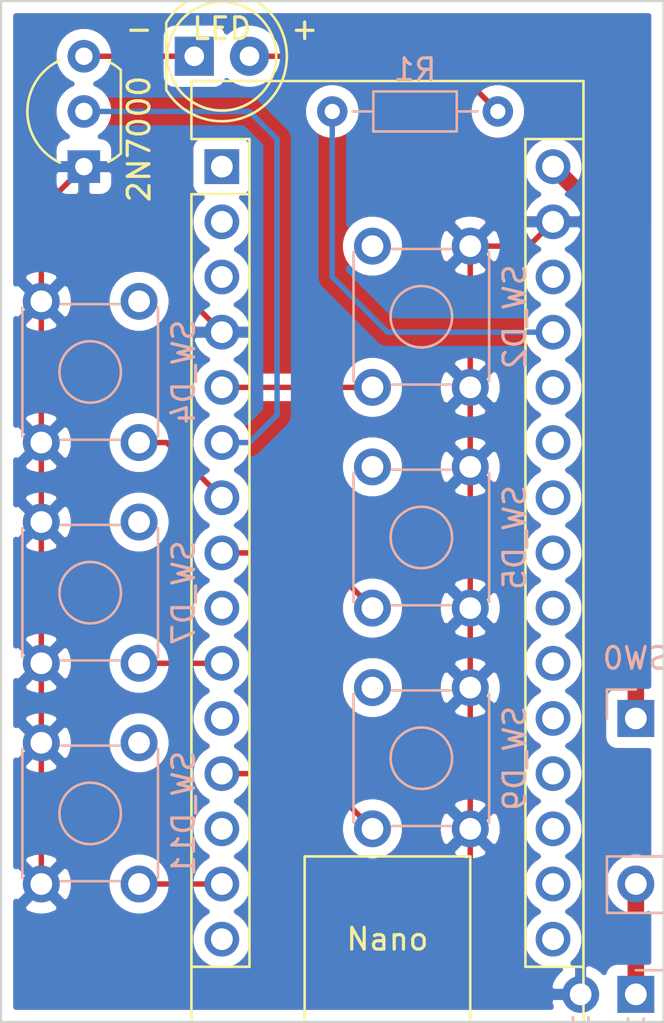
<source format=kicad_pcb>
(kicad_pcb (version 20171130) (host pcbnew "(5.1.12)-1")

  (general
    (thickness 1.6)
    (drawings 9)
    (tracks 47)
    (zones 0)
    (modules 12)
    (nets 39)
  )

  (page A4)
  (layers
    (0 F.Cu signal hide)
    (31 B.Cu signal hide)
    (32 B.Adhes user)
    (33 F.Adhes user)
    (34 B.Paste user)
    (35 F.Paste user)
    (36 B.SilkS user)
    (37 F.SilkS user)
    (38 B.Mask user)
    (39 F.Mask user)
    (40 Dwgs.User user)
    (41 Cmts.User user)
    (42 Eco1.User user)
    (43 Eco2.User user)
    (44 Edge.Cuts user)
    (45 Margin user)
    (46 B.CrtYd user)
    (47 F.CrtYd user)
    (48 B.Fab user)
    (49 F.Fab user)
  )

  (setup
    (last_trace_width 0.25)
    (user_trace_width 0.762)
    (trace_clearance 0.2)
    (zone_clearance 0.508)
    (zone_45_only no)
    (trace_min 0.2)
    (via_size 0.8)
    (via_drill 0.4)
    (via_min_size 0.4)
    (via_min_drill 0.3)
    (uvia_size 0.3)
    (uvia_drill 0.1)
    (uvias_allowed no)
    (uvia_min_size 0.2)
    (uvia_min_drill 0.1)
    (edge_width 0.05)
    (segment_width 0.2)
    (pcb_text_width 0.3)
    (pcb_text_size 1.5 1.5)
    (mod_edge_width 0.12)
    (mod_text_size 1 1)
    (mod_text_width 0.15)
    (pad_size 1.524 1.524)
    (pad_drill 0.762)
    (pad_to_mask_clearance 0)
    (aux_axis_origin 43.18 123.19)
    (visible_elements 7FFFFFFF)
    (pcbplotparams
      (layerselection 0x010f0_ffffffff)
      (usegerberextensions true)
      (usegerberattributes true)
      (usegerberadvancedattributes true)
      (creategerberjobfile true)
      (excludeedgelayer true)
      (linewidth 0.100000)
      (plotframeref false)
      (viasonmask false)
      (mode 1)
      (useauxorigin false)
      (hpglpennumber 1)
      (hpglpenspeed 20)
      (hpglpendiameter 15.000000)
      (psnegative false)
      (psa4output false)
      (plotreference true)
      (plotvalue true)
      (plotinvisibletext false)
      (padsonsilk false)
      (subtractmaskfromsilk false)
      (outputformat 1)
      (mirror false)
      (drillshape 0)
      (scaleselection 1)
      (outputdirectory "out/"))
  )

  (net 0 "")
  (net 1 "Net-(A1-Pad1)")
  (net 2 "Net-(A1-Pad17)")
  (net 3 "Net-(A1-Pad2)")
  (net 4 "Net-(A1-Pad18)")
  (net 5 "Net-(A1-Pad3)")
  (net 6 "Net-(A1-Pad19)")
  (net 7 GND)
  (net 8 "Net-(A1-Pad20)")
  (net 9 "Net-(A1-Pad5)")
  (net 10 "Net-(A1-Pad21)")
  (net 11 "Net-(A1-Pad6)")
  (net 12 "Net-(A1-Pad22)")
  (net 13 "Net-(A1-Pad7)")
  (net 14 "Net-(A1-Pad23)")
  (net 15 "Net-(A1-Pad8)")
  (net 16 "Net-(A1-Pad24)")
  (net 17 "Net-(A1-Pad9)")
  (net 18 "Net-(A1-Pad25)")
  (net 19 "Net-(A1-Pad10)")
  (net 20 "Net-(A1-Pad26)")
  (net 21 "Net-(A1-Pad11)")
  (net 22 "Net-(A1-Pad27)")
  (net 23 "Net-(A1-Pad12)")
  (net 24 "Net-(A1-Pad28)")
  (net 25 "Net-(A1-Pad13)")
  (net 26 "Net-(A1-Pad14)")
  (net 27 "Net-(A1-Pad30)")
  (net 28 "Net-(A1-Pad15)")
  (net 29 "Net-(A1-Pad16)")
  (net 30 "Net-(BT1-Pad1)")
  (net 31 "Net-(D1-Pad1)")
  (net 32 "Net-(D1-Pad2)")
  (net 33 "Net-(SW_D2-Pad4)")
  (net 34 "Net-(SW_D4-Pad2)")
  (net 35 "Net-(SW_D5-Pad4)")
  (net 36 "Net-(SW_D7-Pad2)")
  (net 37 "Net-(SW_D9-Pad4)")
  (net 38 "Net-(SW_D11-Pad2)")

  (net_class Default "This is the default net class."
    (clearance 0.2)
    (trace_width 0.25)
    (via_dia 0.8)
    (via_drill 0.4)
    (uvia_dia 0.3)
    (uvia_drill 0.1)
    (add_net GND)
    (add_net "Net-(A1-Pad1)")
    (add_net "Net-(A1-Pad10)")
    (add_net "Net-(A1-Pad11)")
    (add_net "Net-(A1-Pad12)")
    (add_net "Net-(A1-Pad13)")
    (add_net "Net-(A1-Pad14)")
    (add_net "Net-(A1-Pad15)")
    (add_net "Net-(A1-Pad16)")
    (add_net "Net-(A1-Pad17)")
    (add_net "Net-(A1-Pad18)")
    (add_net "Net-(A1-Pad19)")
    (add_net "Net-(A1-Pad2)")
    (add_net "Net-(A1-Pad20)")
    (add_net "Net-(A1-Pad21)")
    (add_net "Net-(A1-Pad22)")
    (add_net "Net-(A1-Pad23)")
    (add_net "Net-(A1-Pad24)")
    (add_net "Net-(A1-Pad25)")
    (add_net "Net-(A1-Pad26)")
    (add_net "Net-(A1-Pad27)")
    (add_net "Net-(A1-Pad28)")
    (add_net "Net-(A1-Pad3)")
    (add_net "Net-(A1-Pad30)")
    (add_net "Net-(A1-Pad5)")
    (add_net "Net-(A1-Pad6)")
    (add_net "Net-(A1-Pad7)")
    (add_net "Net-(A1-Pad8)")
    (add_net "Net-(A1-Pad9)")
    (add_net "Net-(BT1-Pad1)")
    (add_net "Net-(D1-Pad1)")
    (add_net "Net-(D1-Pad2)")
    (add_net "Net-(SW_D11-Pad2)")
    (add_net "Net-(SW_D2-Pad4)")
    (add_net "Net-(SW_D4-Pad2)")
    (add_net "Net-(SW_D5-Pad4)")
    (add_net "Net-(SW_D7-Pad2)")
    (add_net "Net-(SW_D9-Pad4)")
  )

  (net_class PowerLine ""
    (clearance 0.2)
    (trace_width 0.762)
    (via_dia 0.8)
    (via_drill 0.4)
    (uvia_dia 0.3)
    (uvia_drill 0.1)
  )

  (module Connector_PinSocket_2.54mm:PinSocket_1x02_P2.54mm_Vertical (layer B.Cu) (tedit 620873CA) (tstamp 6208CFDC)
    (at 72.39 109.22 180)
    (descr "Through hole straight socket strip, 1x02, 2.54mm pitch, single row (from Kicad 4.0.7), script generated")
    (tags "Through hole socket strip THT 1x02 2.54mm single row")
    (path /620BB7A4)
    (fp_text reference SW0 (at 0 2.77 180) (layer B.SilkS)
      (effects (font (size 1 1) (thickness 0.15)) (justify mirror))
    )
    (fp_text value SW_DPST_x2 (at 0 -5.31 180) (layer B.Fab)
      (effects (font (size 1 1) (thickness 0.15)) (justify mirror))
    )
    (fp_line (start -1.27 1.27) (end 0.635 1.27) (layer B.Fab) (width 0.1))
    (fp_line (start 0.635 1.27) (end 1.27 0.635) (layer B.Fab) (width 0.1))
    (fp_line (start 1.27 0.635) (end 1.27 -8.89) (layer B.Fab) (width 0.1))
    (fp_line (start 1.27 -8.89) (end -1.27 -8.89) (layer B.Fab) (width 0.1))
    (fp_line (start -1.27 -8.89) (end -1.27 1.27) (layer B.Fab) (width 0.1))
    (fp_line (start -1.33 -6.35) (end 1.33 -6.35) (layer B.SilkS) (width 0.12))
    (fp_line (start -1.33 -6.35) (end -1.33 -8.95) (layer B.SilkS) (width 0.12))
    (fp_line (start -1.33 -8.95) (end 1.33 -8.95) (layer B.SilkS) (width 0.12))
    (fp_line (start 1.33 -6.35) (end 1.33 -8.95) (layer B.SilkS) (width 0.12))
    (fp_line (start 1.33 1.33) (end 1.33 0) (layer B.SilkS) (width 0.12))
    (fp_line (start 0 1.33) (end 1.33 1.33) (layer B.SilkS) (width 0.12))
    (fp_line (start -1.8 1.8) (end 1.75 1.8) (layer B.CrtYd) (width 0.05))
    (fp_line (start 1.75 1.8) (end 1.75 -8.89) (layer B.CrtYd) (width 0.05))
    (fp_line (start 1.75 -8.89) (end -1.8 -8.89) (layer B.CrtYd) (width 0.05))
    (fp_line (start -1.8 -8.89) (end -1.8 1.8) (layer B.CrtYd) (width 0.05))
    (fp_text user %R (at 0 -1.27 90) (layer B.Fab)
      (effects (font (size 1 1) (thickness 0.15)) (justify mirror))
    )
    (pad 1 thru_hole rect (at 0 0 180) (size 1.7 1.7) (drill 1) (layers *.Cu *.Mask)
      (net 27 "Net-(A1-Pad30)"))
    (pad 2 thru_hole oval (at 0 -7.62 180) (size 1.7 1.7) (drill 1) (layers *.Cu *.Mask)
      (net 30 "Net-(BT1-Pad1)"))
    (model ${KISYS3DMOD}/Connector_PinSocket_2.54mm.3dshapes/PinSocket_1x02_P2.54mm_Vertical.wrl
      (at (xyz 0 0 0))
      (scale (xyz 1 1 1))
      (rotate (xyz 0 0 0))
    )
  )

  (module Module:Arduino_Nano locked (layer F.Cu) (tedit 58ACAF70) (tstamp 62085B49)
    (at 53.34 83.82)
    (descr "Arduino Nano, http://www.mouser.com/pdfdocs/Gravitech_Arduino_Nano3_0.pdf")
    (tags "Arduino Nano")
    (path /6207B534)
    (fp_text reference Nano (at 7.62 35.56) (layer F.SilkS)
      (effects (font (size 1 1) (thickness 0.15)))
    )
    (fp_text value Arduino_Nano_v3.x (at 8.89 19.05 90) (layer F.Fab)
      (effects (font (size 1 1) (thickness 0.15)))
    )
    (fp_line (start 1.27 1.27) (end 1.27 -1.27) (layer F.SilkS) (width 0.12))
    (fp_line (start 1.27 -1.27) (end -1.4 -1.27) (layer F.SilkS) (width 0.12))
    (fp_line (start -1.4 1.27) (end -1.4 39.5) (layer F.SilkS) (width 0.12))
    (fp_line (start -1.4 -3.94) (end -1.4 -1.27) (layer F.SilkS) (width 0.12))
    (fp_line (start 13.97 -1.27) (end 16.64 -1.27) (layer F.SilkS) (width 0.12))
    (fp_line (start 13.97 -1.27) (end 13.97 36.83) (layer F.SilkS) (width 0.12))
    (fp_line (start 13.97 36.83) (end 16.64 36.83) (layer F.SilkS) (width 0.12))
    (fp_line (start 1.27 1.27) (end -1.4 1.27) (layer F.SilkS) (width 0.12))
    (fp_line (start 1.27 1.27) (end 1.27 36.83) (layer F.SilkS) (width 0.12))
    (fp_line (start 1.27 36.83) (end -1.4 36.83) (layer F.SilkS) (width 0.12))
    (fp_line (start 3.81 31.75) (end 11.43 31.75) (layer F.Fab) (width 0.1))
    (fp_line (start 11.43 31.75) (end 11.43 41.91) (layer F.Fab) (width 0.1))
    (fp_line (start 11.43 41.91) (end 3.81 41.91) (layer F.Fab) (width 0.1))
    (fp_line (start 3.81 41.91) (end 3.81 31.75) (layer F.Fab) (width 0.1))
    (fp_line (start -1.4 39.5) (end 16.64 39.5) (layer F.SilkS) (width 0.12))
    (fp_line (start 16.64 39.5) (end 16.64 -3.94) (layer F.SilkS) (width 0.12))
    (fp_line (start 16.64 -3.94) (end -1.4 -3.94) (layer F.SilkS) (width 0.12))
    (fp_line (start 16.51 39.37) (end -1.27 39.37) (layer F.Fab) (width 0.1))
    (fp_line (start -1.27 39.37) (end -1.27 -2.54) (layer F.Fab) (width 0.1))
    (fp_line (start -1.27 -2.54) (end 0 -3.81) (layer F.Fab) (width 0.1))
    (fp_line (start 0 -3.81) (end 16.51 -3.81) (layer F.Fab) (width 0.1))
    (fp_line (start 16.51 -3.81) (end 16.51 39.37) (layer F.Fab) (width 0.1))
    (fp_line (start -1.53 -4.06) (end 16.75 -4.06) (layer F.CrtYd) (width 0.05))
    (fp_line (start -1.53 -4.06) (end -1.53 42.16) (layer F.CrtYd) (width 0.05))
    (fp_line (start 16.75 42.16) (end 16.75 -4.06) (layer F.CrtYd) (width 0.05))
    (fp_line (start 16.75 42.16) (end -1.53 42.16) (layer F.CrtYd) (width 0.05))
    (fp_text user %R (at 6.35 19.05 90) (layer F.Fab)
      (effects (font (size 1 1) (thickness 0.15)))
    )
    (pad 1 thru_hole rect (at 0 0) (size 1.6 1.6) (drill 1) (layers *.Cu *.Mask)
      (net 1 "Net-(A1-Pad1)"))
    (pad 17 thru_hole oval (at 15.24 33.02) (size 1.6 1.6) (drill 1) (layers *.Cu *.Mask)
      (net 2 "Net-(A1-Pad17)"))
    (pad 2 thru_hole oval (at 0 2.54) (size 1.6 1.6) (drill 1) (layers *.Cu *.Mask)
      (net 3 "Net-(A1-Pad2)"))
    (pad 18 thru_hole oval (at 15.24 30.48) (size 1.6 1.6) (drill 1) (layers *.Cu *.Mask)
      (net 4 "Net-(A1-Pad18)"))
    (pad 3 thru_hole oval (at 0 5.08) (size 1.6 1.6) (drill 1) (layers *.Cu *.Mask)
      (net 5 "Net-(A1-Pad3)"))
    (pad 19 thru_hole oval (at 15.24 27.94) (size 1.6 1.6) (drill 1) (layers *.Cu *.Mask)
      (net 6 "Net-(A1-Pad19)"))
    (pad 4 thru_hole oval (at 0 7.62) (size 1.6 1.6) (drill 1) (layers *.Cu *.Mask)
      (net 7 GND))
    (pad 20 thru_hole oval (at 15.24 25.4) (size 1.6 1.6) (drill 1) (layers *.Cu *.Mask)
      (net 8 "Net-(A1-Pad20)"))
    (pad 5 thru_hole oval (at 0 10.16) (size 1.6 1.6) (drill 1) (layers *.Cu *.Mask)
      (net 9 "Net-(A1-Pad5)"))
    (pad 21 thru_hole oval (at 15.24 22.86) (size 1.6 1.6) (drill 1) (layers *.Cu *.Mask)
      (net 10 "Net-(A1-Pad21)"))
    (pad 6 thru_hole oval (at 0 12.7) (size 1.6 1.6) (drill 1) (layers *.Cu *.Mask)
      (net 11 "Net-(A1-Pad6)"))
    (pad 22 thru_hole oval (at 15.24 20.32) (size 1.6 1.6) (drill 1) (layers *.Cu *.Mask)
      (net 12 "Net-(A1-Pad22)"))
    (pad 7 thru_hole oval (at 0 15.24) (size 1.6 1.6) (drill 1) (layers *.Cu *.Mask)
      (net 13 "Net-(A1-Pad7)"))
    (pad 23 thru_hole oval (at 15.24 17.78) (size 1.6 1.6) (drill 1) (layers *.Cu *.Mask)
      (net 14 "Net-(A1-Pad23)"))
    (pad 8 thru_hole oval (at 0 17.78) (size 1.6 1.6) (drill 1) (layers *.Cu *.Mask)
      (net 15 "Net-(A1-Pad8)"))
    (pad 24 thru_hole oval (at 15.24 15.24) (size 1.6 1.6) (drill 1) (layers *.Cu *.Mask)
      (net 16 "Net-(A1-Pad24)"))
    (pad 9 thru_hole oval (at 0 20.32) (size 1.6 1.6) (drill 1) (layers *.Cu *.Mask)
      (net 17 "Net-(A1-Pad9)"))
    (pad 25 thru_hole oval (at 15.24 12.7) (size 1.6 1.6) (drill 1) (layers *.Cu *.Mask)
      (net 18 "Net-(A1-Pad25)"))
    (pad 10 thru_hole oval (at 0 22.86) (size 1.6 1.6) (drill 1) (layers *.Cu *.Mask)
      (net 19 "Net-(A1-Pad10)"))
    (pad 26 thru_hole oval (at 15.24 10.16) (size 1.6 1.6) (drill 1) (layers *.Cu *.Mask)
      (net 20 "Net-(A1-Pad26)"))
    (pad 11 thru_hole oval (at 0 25.4) (size 1.6 1.6) (drill 1) (layers *.Cu *.Mask)
      (net 21 "Net-(A1-Pad11)"))
    (pad 27 thru_hole oval (at 15.24 7.62) (size 1.6 1.6) (drill 1) (layers *.Cu *.Mask)
      (net 22 "Net-(A1-Pad27)"))
    (pad 12 thru_hole oval (at 0 27.94) (size 1.6 1.6) (drill 1) (layers *.Cu *.Mask)
      (net 23 "Net-(A1-Pad12)"))
    (pad 28 thru_hole oval (at 15.24 5.08) (size 1.6 1.6) (drill 1) (layers *.Cu *.Mask)
      (net 24 "Net-(A1-Pad28)"))
    (pad 13 thru_hole oval (at 0 30.48) (size 1.6 1.6) (drill 1) (layers *.Cu *.Mask)
      (net 25 "Net-(A1-Pad13)"))
    (pad 29 thru_hole oval (at 15.24 2.54) (size 1.6 1.6) (drill 1) (layers *.Cu *.Mask)
      (net 7 GND))
    (pad 14 thru_hole oval (at 0 33.02) (size 1.6 1.6) (drill 1) (layers *.Cu *.Mask)
      (net 26 "Net-(A1-Pad14)"))
    (pad 30 thru_hole oval (at 15.24 0) (size 1.6 1.6) (drill 1) (layers *.Cu *.Mask)
      (net 27 "Net-(A1-Pad30)"))
    (pad 15 thru_hole oval (at 0 35.56) (size 1.6 1.6) (drill 1) (layers *.Cu *.Mask)
      (net 28 "Net-(A1-Pad15)"))
    (pad 16 thru_hole oval (at 15.24 35.56) (size 1.6 1.6) (drill 1) (layers *.Cu *.Mask)
      (net 29 "Net-(A1-Pad16)"))
    (model ${KISYS3DMOD}/Module.3dshapes/Arduino_Nano_WithMountingHoles.wrl
      (at (xyz 0 0 0))
      (scale (xyz 1 1 1))
      (rotate (xyz 0 0 0))
    )
  )

  (module LED_THT:LED_D5.0mm_Clear (layer F.Cu) (tedit 5A6C9BC0) (tstamp 62085B81)
    (at 52.07 78.74)
    (descr "LED, diameter 5.0mm, 2 pins, http://cdn-reichelt.de/documents/datenblatt/A500/LL-504BC2E-009.pdf")
    (tags "LED diameter 5.0mm 2 pins")
    (path /62084973)
    (fp_text reference LED (at 1.27 -1.27) (layer F.SilkS)
      (effects (font (size 1 1) (thickness 0.15)))
    )
    (fp_text value LED (at 1.27 3.96) (layer F.Fab)
      (effects (font (size 1 1) (thickness 0.15)))
    )
    (fp_line (start -1.23 -1.469694) (end -1.23 1.469694) (layer F.Fab) (width 0.1))
    (fp_line (start -1.29 -1.545) (end -1.29 1.545) (layer F.SilkS) (width 0.12))
    (fp_line (start -1.95 -3.25) (end -1.95 3.25) (layer F.CrtYd) (width 0.05))
    (fp_line (start -1.95 3.25) (end 4.5 3.25) (layer F.CrtYd) (width 0.05))
    (fp_line (start 4.5 3.25) (end 4.5 -3.25) (layer F.CrtYd) (width 0.05))
    (fp_line (start 4.5 -3.25) (end -1.95 -3.25) (layer F.CrtYd) (width 0.05))
    (fp_circle (center 1.27 0) (end 3.77 0) (layer F.Fab) (width 0.1))
    (fp_circle (center 1.27 0) (end 3.77 0) (layer F.SilkS) (width 0.12))
    (fp_text user %R (at 1.25 0) (layer F.Fab)
      (effects (font (size 0.8 0.8) (thickness 0.2)))
    )
    (fp_arc (start 1.27 0) (end -1.23 -1.469694) (angle 299.1) (layer F.Fab) (width 0.1))
    (fp_arc (start 1.27 0) (end -1.29 -1.54483) (angle 148.9) (layer F.SilkS) (width 0.12))
    (fp_arc (start 1.27 0) (end -1.29 1.54483) (angle -148.9) (layer F.SilkS) (width 0.12))
    (pad 1 thru_hole rect (at 0 0) (size 1.8 1.8) (drill 0.9) (layers *.Cu *.Mask)
      (net 31 "Net-(D1-Pad1)"))
    (pad 2 thru_hole circle (at 2.54 0) (size 1.8 1.8) (drill 0.9) (layers *.Cu *.Mask)
      (net 32 "Net-(D1-Pad2)"))
    (model ${KISYS3DMOD}/LED_THT.3dshapes/LED_D5.0mm_Clear.wrl
      (at (xyz 0 0 0))
      (scale (xyz 1 1 1))
      (rotate (xyz 0 0 0))
    )
  )

  (module Package_TO_SOT_THT:TO-92L_Inline_Wide (layer F.Cu) (tedit 5A11996A) (tstamp 62085B95)
    (at 46.99 83.82 90)
    (descr "TO-92L leads in-line (large body variant of TO-92), also known as TO-226, wide, drill 0.75mm (see https://www.diodes.com/assets/Package-Files/TO92L.pdf and http://www.ti.com/lit/an/snoa059/snoa059.pdf)")
    (tags "TO-92L Inline Wide transistor")
    (path /62083FB0)
    (fp_text reference 2N7000 (at 1.27 2.54 90) (layer F.SilkS)
      (effects (font (size 1 1) (thickness 0.15)))
    )
    (fp_text value Q_NPN_EBC (at 2.54 2.79 90) (layer F.Fab)
      (effects (font (size 1 1) (thickness 0.15)))
    )
    (fp_line (start 0.6 1.7) (end 4.45 1.7) (layer F.SilkS) (width 0.12))
    (fp_line (start 0.65 1.6) (end 4.4 1.6) (layer F.Fab) (width 0.1))
    (fp_line (start -1 -2.75) (end 6.1 -2.75) (layer F.CrtYd) (width 0.05))
    (fp_line (start -1 -2.75) (end -1 1.85) (layer F.CrtYd) (width 0.05))
    (fp_line (start 6.1 1.85) (end 6.1 -2.75) (layer F.CrtYd) (width 0.05))
    (fp_line (start 6.1 1.85) (end -1 1.85) (layer F.CrtYd) (width 0.05))
    (fp_text user %R (at 2.54 0 90) (layer F.Fab)
      (effects (font (size 1 1) (thickness 0.15)))
    )
    (fp_arc (start 2.54 0) (end 0.6 1.7) (angle 15.44288892) (layer F.SilkS) (width 0.12))
    (fp_arc (start 2.54 0) (end 2.54 -2.6) (angle -65) (layer F.SilkS) (width 0.12))
    (fp_arc (start 2.54 0) (end 2.54 -2.6) (angle 65) (layer F.SilkS) (width 0.12))
    (fp_arc (start 2.54 0) (end 2.54 -2.48) (angle 129.9527847) (layer F.Fab) (width 0.1))
    (fp_arc (start 2.54 0) (end 2.54 -2.48) (angle -130.2499344) (layer F.Fab) (width 0.1))
    (fp_arc (start 2.54 0) (end 4.45 1.7) (angle -15.88591585) (layer F.SilkS) (width 0.12))
    (pad 2 thru_hole circle (at 2.54 0 90) (size 1.5 1.5) (drill 0.8) (layers *.Cu *.Mask)
      (net 11 "Net-(A1-Pad6)"))
    (pad 3 thru_hole circle (at 5.08 0 90) (size 1.5 1.5) (drill 0.8) (layers *.Cu *.Mask)
      (net 31 "Net-(D1-Pad1)"))
    (pad 1 thru_hole rect (at 0 0 90) (size 1.5 1.5) (drill 0.8) (layers *.Cu *.Mask)
      (net 7 GND))
    (model ${KISYS3DMOD}/Package_TO_SOT_THT.3dshapes/TO-92L_Inline_Wide.wrl
      (at (xyz 0 0 0))
      (scale (xyz 1 1 1))
      (rotate (xyz 0 0 0))
    )
  )

  (module Resistor_THT:R_Axial_DIN0204_L3.6mm_D1.6mm_P7.62mm_Horizontal (layer B.Cu) (tedit 5AE5139B) (tstamp 62085BAC)
    (at 66.04 81.28 180)
    (descr "Resistor, Axial_DIN0204 series, Axial, Horizontal, pin pitch=7.62mm, 0.167W, length*diameter=3.6*1.6mm^2, http://cdn-reichelt.de/documents/datenblatt/B400/1_4W%23YAG.pdf")
    (tags "Resistor Axial_DIN0204 series Axial Horizontal pin pitch 7.62mm 0.167W length 3.6mm diameter 1.6mm")
    (path /620836AA)
    (fp_text reference R1 (at 3.81 1.92 180) (layer B.SilkS)
      (effects (font (size 1 1) (thickness 0.15)) (justify mirror))
    )
    (fp_text value R (at 3.81 -1.92 180) (layer B.Fab)
      (effects (font (size 1 1) (thickness 0.15)) (justify mirror))
    )
    (fp_line (start 2.01 0.8) (end 2.01 -0.8) (layer B.Fab) (width 0.1))
    (fp_line (start 2.01 -0.8) (end 5.61 -0.8) (layer B.Fab) (width 0.1))
    (fp_line (start 5.61 -0.8) (end 5.61 0.8) (layer B.Fab) (width 0.1))
    (fp_line (start 5.61 0.8) (end 2.01 0.8) (layer B.Fab) (width 0.1))
    (fp_line (start 0 0) (end 2.01 0) (layer B.Fab) (width 0.1))
    (fp_line (start 7.62 0) (end 5.61 0) (layer B.Fab) (width 0.1))
    (fp_line (start 1.89 0.92) (end 1.89 -0.92) (layer B.SilkS) (width 0.12))
    (fp_line (start 1.89 -0.92) (end 5.73 -0.92) (layer B.SilkS) (width 0.12))
    (fp_line (start 5.73 -0.92) (end 5.73 0.92) (layer B.SilkS) (width 0.12))
    (fp_line (start 5.73 0.92) (end 1.89 0.92) (layer B.SilkS) (width 0.12))
    (fp_line (start 0.94 0) (end 1.89 0) (layer B.SilkS) (width 0.12))
    (fp_line (start 6.68 0) (end 5.73 0) (layer B.SilkS) (width 0.12))
    (fp_line (start -0.95 1.05) (end -0.95 -1.05) (layer B.CrtYd) (width 0.05))
    (fp_line (start -0.95 -1.05) (end 8.57 -1.05) (layer B.CrtYd) (width 0.05))
    (fp_line (start 8.57 -1.05) (end 8.57 1.05) (layer B.CrtYd) (width 0.05))
    (fp_line (start 8.57 1.05) (end -0.95 1.05) (layer B.CrtYd) (width 0.05))
    (fp_text user %R (at 3.81 0 180) (layer B.Fab)
      (effects (font (size 0.72 0.72) (thickness 0.108)) (justify mirror))
    )
    (pad 1 thru_hole circle (at 0 0 180) (size 1.4 1.4) (drill 0.7) (layers *.Cu *.Mask)
      (net 32 "Net-(D1-Pad2)"))
    (pad 2 thru_hole oval (at 7.62 0 180) (size 1.4 1.4) (drill 0.7) (layers *.Cu *.Mask)
      (net 22 "Net-(A1-Pad27)"))
    (model ${KISYS3DMOD}/Resistor_THT.3dshapes/R_Axial_DIN0204_L3.6mm_D1.6mm_P7.62mm_Horizontal.wrl
      (at (xyz 0 0 0))
      (scale (xyz 1 1 1))
      (rotate (xyz 0 0 0))
    )
  )

  (module Button_Switch_THT:SW_TH_Tactile_Omron_B3F-10xx (layer B.Cu) (tedit 5D84F0EF) (tstamp 62085BE7)
    (at 64.77 104.14 90)
    (descr SW_TH_Tactile_Omron_B3F-10xx_https://www.omron.com/ecb/products/pdf/en-b3f.pdf)
    (tags "Omron B3F-10xx")
    (path /62095D79)
    (fp_text reference SW_D5 (at 3.25 2.05 90) (layer B.SilkS)
      (effects (font (size 1 1) (thickness 0.15)) (justify mirror))
    )
    (fp_text value SW_MEC_5E (at 3.2 -6.5 90) (layer B.Fab)
      (effects (font (size 1 1) (thickness 0.15)) (justify mirror))
    )
    (fp_line (start -1.1 1.1) (end 7.6 1.1) (layer B.CrtYd) (width 0.05))
    (fp_line (start 0.25 -5.25) (end 6.25 -5.25) (layer B.Fab) (width 0.1))
    (fp_line (start 6.37 -0.91) (end 6.37 -3.59) (layer B.SilkS) (width 0.12))
    (fp_line (start 0.13 -3.59) (end 0.13 -0.91) (layer B.SilkS) (width 0.12))
    (fp_line (start 0.28 0.87) (end 6.22 0.87) (layer B.SilkS) (width 0.12))
    (fp_line (start 0.28 -5.37) (end 6.22 -5.37) (layer B.SilkS) (width 0.12))
    (fp_circle (center 3.25 -2.25) (end 4.25 -3.25) (layer B.SilkS) (width 0.12))
    (fp_line (start -1.1 1.1) (end -1.1 -5.6) (layer B.CrtYd) (width 0.05))
    (fp_line (start -1.1 -5.6) (end 7.6 -5.6) (layer B.CrtYd) (width 0.05))
    (fp_line (start 7.6 -5.6) (end 7.6 1.1) (layer B.CrtYd) (width 0.05))
    (fp_line (start 0.25 0.75) (end 6.25 0.75) (layer B.Fab) (width 0.1))
    (fp_line (start 6.25 0.75) (end 6.25 -5.25) (layer B.Fab) (width 0.1))
    (fp_line (start 0.25 0.75) (end 0.25 -5.25) (layer B.Fab) (width 0.1))
    (fp_text user %R (at 3.25 -2.25 90) (layer B.Fab)
      (effects (font (size 1 1) (thickness 0.15)) (justify mirror))
    )
    (pad 1 thru_hole circle (at 0 0 90) (size 1.7 1.7) (drill 1) (layers *.Cu *.Mask)
      (net 7 GND))
    (pad 2 thru_hole circle (at 6.5 0 90) (size 1.7 1.7) (drill 1) (layers *.Cu *.Mask)
      (net 7 GND))
    (pad 3 thru_hole circle (at 0 -4.5 90) (size 1.7 1.7) (drill 1) (layers *.Cu *.Mask)
      (net 15 "Net-(A1-Pad8)"))
    (pad 4 thru_hole circle (at 6.5 -4.5 90) (size 1.7 1.7) (drill 1) (layers *.Cu *.Mask)
      (net 35 "Net-(SW_D5-Pad4)"))
    (model ${KISYS3DMOD}/Button_Switch_THT.3dshapes/SW_TH_Tactile_Omron_B3F-10xx.wrl
      (at (xyz 0 0 0))
      (scale (xyz 1 1 1))
      (rotate (xyz 0 0 0))
    )
  )

  (module Button_Switch_THT:SW_TH_Tactile_Omron_B3F-10xx (layer B.Cu) (tedit 5D84F0EF) (tstamp 62085BFD)
    (at 49.53 106.68 90)
    (descr SW_TH_Tactile_Omron_B3F-10xx_https://www.omron.com/ecb/products/pdf/en-b3f.pdf)
    (tags "Omron B3F-10xx")
    (path /6208E758)
    (fp_text reference SW_D7 (at 3.25 2.05 90) (layer B.SilkS)
      (effects (font (size 1 1) (thickness 0.15)) (justify mirror))
    )
    (fp_text value SW_MEC_5E (at 3.2 -6.5 90) (layer B.Fab)
      (effects (font (size 1 1) (thickness 0.15)) (justify mirror))
    )
    (fp_line (start 0.25 0.75) (end 0.25 -5.25) (layer B.Fab) (width 0.1))
    (fp_line (start 6.25 0.75) (end 6.25 -5.25) (layer B.Fab) (width 0.1))
    (fp_line (start 0.25 0.75) (end 6.25 0.75) (layer B.Fab) (width 0.1))
    (fp_line (start 7.6 -5.6) (end 7.6 1.1) (layer B.CrtYd) (width 0.05))
    (fp_line (start -1.1 -5.6) (end 7.6 -5.6) (layer B.CrtYd) (width 0.05))
    (fp_line (start -1.1 1.1) (end -1.1 -5.6) (layer B.CrtYd) (width 0.05))
    (fp_circle (center 3.25 -2.25) (end 4.25 -3.25) (layer B.SilkS) (width 0.12))
    (fp_line (start 0.28 -5.37) (end 6.22 -5.37) (layer B.SilkS) (width 0.12))
    (fp_line (start 0.28 0.87) (end 6.22 0.87) (layer B.SilkS) (width 0.12))
    (fp_line (start 0.13 -3.59) (end 0.13 -0.91) (layer B.SilkS) (width 0.12))
    (fp_line (start 6.37 -0.91) (end 6.37 -3.59) (layer B.SilkS) (width 0.12))
    (fp_line (start 0.25 -5.25) (end 6.25 -5.25) (layer B.Fab) (width 0.1))
    (fp_line (start -1.1 1.1) (end 7.6 1.1) (layer B.CrtYd) (width 0.05))
    (fp_text user %R (at 3.25 -2.25 90) (layer B.Fab)
      (effects (font (size 1 1) (thickness 0.15)) (justify mirror))
    )
    (pad 4 thru_hole circle (at 6.5 -4.5 90) (size 1.7 1.7) (drill 1) (layers *.Cu *.Mask)
      (net 7 GND))
    (pad 3 thru_hole circle (at 0 -4.5 90) (size 1.7 1.7) (drill 1) (layers *.Cu *.Mask)
      (net 7 GND))
    (pad 2 thru_hole circle (at 6.5 0 90) (size 1.7 1.7) (drill 1) (layers *.Cu *.Mask)
      (net 36 "Net-(SW_D7-Pad2)"))
    (pad 1 thru_hole circle (at 0 0 90) (size 1.7 1.7) (drill 1) (layers *.Cu *.Mask)
      (net 19 "Net-(A1-Pad10)"))
    (model ${KISYS3DMOD}/Button_Switch_THT.3dshapes/SW_TH_Tactile_Omron_B3F-10xx.wrl
      (at (xyz 0 0 0))
      (scale (xyz 1 1 1))
      (rotate (xyz 0 0 0))
    )
  )

  (module Button_Switch_THT:SW_TH_Tactile_Omron_B3F-10xx (layer B.Cu) (tedit 5D84F0EF) (tstamp 62085C13)
    (at 64.77 114.3 90)
    (descr SW_TH_Tactile_Omron_B3F-10xx_https://www.omron.com/ecb/products/pdf/en-b3f.pdf)
    (tags "Omron B3F-10xx")
    (path /6209E2C3)
    (fp_text reference SW_D9 (at 3.25 2.05 270) (layer B.SilkS)
      (effects (font (size 1 1) (thickness 0.15)) (justify mirror))
    )
    (fp_text value SW_MEC_5E (at 3.2 -6.5 270) (layer B.Fab)
      (effects (font (size 1 1) (thickness 0.15)) (justify mirror))
    )
    (fp_line (start -1.1 1.1) (end 7.6 1.1) (layer B.CrtYd) (width 0.05))
    (fp_line (start 0.25 -5.25) (end 6.25 -5.25) (layer B.Fab) (width 0.1))
    (fp_line (start 6.37 -0.91) (end 6.37 -3.59) (layer B.SilkS) (width 0.12))
    (fp_line (start 0.13 -3.59) (end 0.13 -0.91) (layer B.SilkS) (width 0.12))
    (fp_line (start 0.28 0.87) (end 6.22 0.87) (layer B.SilkS) (width 0.12))
    (fp_line (start 0.28 -5.37) (end 6.22 -5.37) (layer B.SilkS) (width 0.12))
    (fp_circle (center 3.25 -2.25) (end 4.25 -3.25) (layer B.SilkS) (width 0.12))
    (fp_line (start -1.1 1.1) (end -1.1 -5.6) (layer B.CrtYd) (width 0.05))
    (fp_line (start -1.1 -5.6) (end 7.6 -5.6) (layer B.CrtYd) (width 0.05))
    (fp_line (start 7.6 -5.6) (end 7.6 1.1) (layer B.CrtYd) (width 0.05))
    (fp_line (start 0.25 0.75) (end 6.25 0.75) (layer B.Fab) (width 0.1))
    (fp_line (start 6.25 0.75) (end 6.25 -5.25) (layer B.Fab) (width 0.1))
    (fp_line (start 0.25 0.75) (end 0.25 -5.25) (layer B.Fab) (width 0.1))
    (fp_text user %R (at 3.25 -2.25 270) (layer B.Fab)
      (effects (font (size 1 1) (thickness 0.15)) (justify mirror))
    )
    (pad 1 thru_hole circle (at 0 0 90) (size 1.7 1.7) (drill 1) (layers *.Cu *.Mask)
      (net 7 GND))
    (pad 2 thru_hole circle (at 6.5 0 90) (size 1.7 1.7) (drill 1) (layers *.Cu *.Mask)
      (net 7 GND))
    (pad 3 thru_hole circle (at 0 -4.5 90) (size 1.7 1.7) (drill 1) (layers *.Cu *.Mask)
      (net 23 "Net-(A1-Pad12)"))
    (pad 4 thru_hole circle (at 6.5 -4.5 90) (size 1.7 1.7) (drill 1) (layers *.Cu *.Mask)
      (net 37 "Net-(SW_D9-Pad4)"))
    (model ${KISYS3DMOD}/Button_Switch_THT.3dshapes/SW_TH_Tactile_Omron_B3F-10xx.wrl
      (at (xyz 0 0 0))
      (scale (xyz 1 1 1))
      (rotate (xyz 0 0 0))
    )
  )

  (module Button_Switch_THT:SW_TH_Tactile_Omron_B3F-10xx (layer B.Cu) (tedit 5D84F0EF) (tstamp 62085C29)
    (at 64.77 93.98 90)
    (descr SW_TH_Tactile_Omron_B3F-10xx_https://www.omron.com/ecb/products/pdf/en-b3f.pdf)
    (tags "Omron B3F-10xx")
    (path /620A0121)
    (fp_text reference SW_D2 (at 3.25 2.05 270) (layer B.SilkS)
      (effects (font (size 1 1) (thickness 0.15)) (justify mirror))
    )
    (fp_text value SW_MEC_5E (at 3.2 -6.5 270) (layer B.Fab)
      (effects (font (size 1 1) (thickness 0.15)) (justify mirror))
    )
    (fp_line (start -1.1 1.1) (end 7.6 1.1) (layer B.CrtYd) (width 0.05))
    (fp_line (start 0.25 -5.25) (end 6.25 -5.25) (layer B.Fab) (width 0.1))
    (fp_line (start 6.37 -0.91) (end 6.37 -3.59) (layer B.SilkS) (width 0.12))
    (fp_line (start 0.13 -3.59) (end 0.13 -0.91) (layer B.SilkS) (width 0.12))
    (fp_line (start 0.28 0.87) (end 6.22 0.87) (layer B.SilkS) (width 0.12))
    (fp_line (start 0.28 -5.37) (end 6.22 -5.37) (layer B.SilkS) (width 0.12))
    (fp_circle (center 3.25 -2.25) (end 4.25 -3.25) (layer B.SilkS) (width 0.12))
    (fp_line (start -1.1 1.1) (end -1.1 -5.6) (layer B.CrtYd) (width 0.05))
    (fp_line (start -1.1 -5.6) (end 7.6 -5.6) (layer B.CrtYd) (width 0.05))
    (fp_line (start 7.6 -5.6) (end 7.6 1.1) (layer B.CrtYd) (width 0.05))
    (fp_line (start 0.25 0.75) (end 6.25 0.75) (layer B.Fab) (width 0.1))
    (fp_line (start 6.25 0.75) (end 6.25 -5.25) (layer B.Fab) (width 0.1))
    (fp_line (start 0.25 0.75) (end 0.25 -5.25) (layer B.Fab) (width 0.1))
    (fp_text user %R (at 3.25 -2.25 270) (layer B.Fab)
      (effects (font (size 1 1) (thickness 0.15)) (justify mirror))
    )
    (pad 1 thru_hole circle (at 0 0 90) (size 1.7 1.7) (drill 1) (layers *.Cu *.Mask)
      (net 7 GND))
    (pad 2 thru_hole circle (at 6.5 0 90) (size 1.7 1.7) (drill 1) (layers *.Cu *.Mask)
      (net 7 GND))
    (pad 3 thru_hole circle (at 0 -4.5 90) (size 1.7 1.7) (drill 1) (layers *.Cu *.Mask)
      (net 9 "Net-(A1-Pad5)"))
    (pad 4 thru_hole circle (at 6.5 -4.5 90) (size 1.7 1.7) (drill 1) (layers *.Cu *.Mask)
      (net 33 "Net-(SW_D2-Pad4)"))
    (model ${KISYS3DMOD}/Button_Switch_THT.3dshapes/SW_TH_Tactile_Omron_B3F-10xx.wrl
      (at (xyz 0 0 0))
      (scale (xyz 1 1 1))
      (rotate (xyz 0 0 0))
    )
  )

  (module Button_Switch_THT:SW_TH_Tactile_Omron_B3F-10xx (layer B.Cu) (tedit 5D84F0EF) (tstamp 62085C3F)
    (at 49.53 116.84 90)
    (descr SW_TH_Tactile_Omron_B3F-10xx_https://www.omron.com/ecb/products/pdf/en-b3f.pdf)
    (tags "Omron B3F-10xx")
    (path /6209F2BE)
    (fp_text reference SW_D11 (at 3.25 2.05 270) (layer B.SilkS)
      (effects (font (size 1 1) (thickness 0.15)) (justify mirror))
    )
    (fp_text value SW_MEC_5E (at 3.2 -6.5 270) (layer B.Fab)
      (effects (font (size 1 1) (thickness 0.15)) (justify mirror))
    )
    (fp_line (start 0.25 0.75) (end 0.25 -5.25) (layer B.Fab) (width 0.1))
    (fp_line (start 6.25 0.75) (end 6.25 -5.25) (layer B.Fab) (width 0.1))
    (fp_line (start 0.25 0.75) (end 6.25 0.75) (layer B.Fab) (width 0.1))
    (fp_line (start 7.6 -5.6) (end 7.6 1.1) (layer B.CrtYd) (width 0.05))
    (fp_line (start -1.1 -5.6) (end 7.6 -5.6) (layer B.CrtYd) (width 0.05))
    (fp_line (start -1.1 1.1) (end -1.1 -5.6) (layer B.CrtYd) (width 0.05))
    (fp_circle (center 3.25 -2.25) (end 4.25 -3.25) (layer B.SilkS) (width 0.12))
    (fp_line (start 0.28 -5.37) (end 6.22 -5.37) (layer B.SilkS) (width 0.12))
    (fp_line (start 0.28 0.87) (end 6.22 0.87) (layer B.SilkS) (width 0.12))
    (fp_line (start 0.13 -3.59) (end 0.13 -0.91) (layer B.SilkS) (width 0.12))
    (fp_line (start 6.37 -0.91) (end 6.37 -3.59) (layer B.SilkS) (width 0.12))
    (fp_line (start 0.25 -5.25) (end 6.25 -5.25) (layer B.Fab) (width 0.1))
    (fp_line (start -1.1 1.1) (end 7.6 1.1) (layer B.CrtYd) (width 0.05))
    (fp_text user %R (at 3.25 -2.25 270) (layer B.Fab)
      (effects (font (size 1 1) (thickness 0.15)) (justify mirror))
    )
    (pad 4 thru_hole circle (at 6.5 -4.5 90) (size 1.7 1.7) (drill 1) (layers *.Cu *.Mask)
      (net 7 GND))
    (pad 3 thru_hole circle (at 0 -4.5 90) (size 1.7 1.7) (drill 1) (layers *.Cu *.Mask)
      (net 7 GND))
    (pad 2 thru_hole circle (at 6.5 0 90) (size 1.7 1.7) (drill 1) (layers *.Cu *.Mask)
      (net 38 "Net-(SW_D11-Pad2)"))
    (pad 1 thru_hole circle (at 0 0 90) (size 1.7 1.7) (drill 1) (layers *.Cu *.Mask)
      (net 26 "Net-(A1-Pad14)"))
    (model ${KISYS3DMOD}/Button_Switch_THT.3dshapes/SW_TH_Tactile_Omron_B3F-10xx.wrl
      (at (xyz 0 0 0))
      (scale (xyz 1 1 1))
      (rotate (xyz 0 0 0))
    )
  )

  (module Button_Switch_THT:SW_TH_Tactile_Omron_B3F-10xx (layer B.Cu) (tedit 5D84F0EF) (tstamp 62085C55)
    (at 49.53 96.52 90)
    (descr SW_TH_Tactile_Omron_B3F-10xx_https://www.omron.com/ecb/products/pdf/en-b3f.pdf)
    (tags "Omron B3F-10xx")
    (path /620991CA)
    (fp_text reference SW_D4 (at 3.25 2.05 270) (layer B.SilkS)
      (effects (font (size 1 1) (thickness 0.15)) (justify mirror))
    )
    (fp_text value SW_MEC_5E (at 3.2 -6.5 270) (layer B.Fab)
      (effects (font (size 1 1) (thickness 0.15)) (justify mirror))
    )
    (fp_line (start 0.25 0.75) (end 0.25 -5.25) (layer B.Fab) (width 0.1))
    (fp_line (start 6.25 0.75) (end 6.25 -5.25) (layer B.Fab) (width 0.1))
    (fp_line (start 0.25 0.75) (end 6.25 0.75) (layer B.Fab) (width 0.1))
    (fp_line (start 7.6 -5.6) (end 7.6 1.1) (layer B.CrtYd) (width 0.05))
    (fp_line (start -1.1 -5.6) (end 7.6 -5.6) (layer B.CrtYd) (width 0.05))
    (fp_line (start -1.1 1.1) (end -1.1 -5.6) (layer B.CrtYd) (width 0.05))
    (fp_circle (center 3.25 -2.25) (end 4.25 -3.25) (layer B.SilkS) (width 0.12))
    (fp_line (start 0.28 -5.37) (end 6.22 -5.37) (layer B.SilkS) (width 0.12))
    (fp_line (start 0.28 0.87) (end 6.22 0.87) (layer B.SilkS) (width 0.12))
    (fp_line (start 0.13 -3.59) (end 0.13 -0.91) (layer B.SilkS) (width 0.12))
    (fp_line (start 6.37 -0.91) (end 6.37 -3.59) (layer B.SilkS) (width 0.12))
    (fp_line (start 0.25 -5.25) (end 6.25 -5.25) (layer B.Fab) (width 0.1))
    (fp_line (start -1.1 1.1) (end 7.6 1.1) (layer B.CrtYd) (width 0.05))
    (fp_text user %R (at 3.25 -2.25 270) (layer B.Fab)
      (effects (font (size 1 1) (thickness 0.15)) (justify mirror))
    )
    (pad 4 thru_hole circle (at 6.5 -4.5 90) (size 1.7 1.7) (drill 1) (layers *.Cu *.Mask)
      (net 7 GND))
    (pad 3 thru_hole circle (at 0 -4.5 90) (size 1.7 1.7) (drill 1) (layers *.Cu *.Mask)
      (net 7 GND))
    (pad 2 thru_hole circle (at 6.5 0 90) (size 1.7 1.7) (drill 1) (layers *.Cu *.Mask)
      (net 34 "Net-(SW_D4-Pad2)"))
    (pad 1 thru_hole circle (at 0 0 90) (size 1.7 1.7) (drill 1) (layers *.Cu *.Mask)
      (net 13 "Net-(A1-Pad7)"))
    (model ${KISYS3DMOD}/Button_Switch_THT.3dshapes/SW_TH_Tactile_Omron_B3F-10xx.wrl
      (at (xyz 0 0 0))
      (scale (xyz 1 1 1))
      (rotate (xyz 0 0 0))
    )
  )

  (module Connector_PinSocket_2.54mm:PinSocket_1x02_P2.54mm_Horizontal (layer B.Cu) (tedit 5A19A41B) (tstamp 6208CCAF)
    (at 72.39 121.92 90)
    (descr "Through hole angled socket strip, 1x02, 2.54mm pitch, 8.51mm socket length, single row (from Kicad 4.0.7), script generated")
    (tags "Through hole angled socket strip THT 1x02 2.54mm single row")
    (path /620B810D)
    (fp_text reference BT1 (at -4.38 2.77 270) (layer B.SilkS)
      (effects (font (size 1 1) (thickness 0.15)) (justify mirror))
    )
    (fp_text value Battery (at -4.38 -5.31 270) (layer B.Fab)
      (effects (font (size 1 1) (thickness 0.15)) (justify mirror))
    )
    (fp_line (start -10.03 1.27) (end -2.49 1.27) (layer B.Fab) (width 0.1))
    (fp_line (start -2.49 1.27) (end -1.52 0.3) (layer B.Fab) (width 0.1))
    (fp_line (start -1.52 0.3) (end -1.52 -3.81) (layer B.Fab) (width 0.1))
    (fp_line (start -1.52 -3.81) (end -10.03 -3.81) (layer B.Fab) (width 0.1))
    (fp_line (start -10.03 -3.81) (end -10.03 1.27) (layer B.Fab) (width 0.1))
    (fp_line (start 0 0.3) (end -1.52 0.3) (layer B.Fab) (width 0.1))
    (fp_line (start -1.52 -0.3) (end 0 -0.3) (layer B.Fab) (width 0.1))
    (fp_line (start 0 -0.3) (end 0 0.3) (layer B.Fab) (width 0.1))
    (fp_line (start 0 -2.24) (end -1.52 -2.24) (layer B.Fab) (width 0.1))
    (fp_line (start -1.52 -2.84) (end 0 -2.84) (layer B.Fab) (width 0.1))
    (fp_line (start 0 -2.84) (end 0 -2.24) (layer B.Fab) (width 0.1))
    (fp_line (start -10.09 1.21) (end -1.46 1.21) (layer B.SilkS) (width 0.12))
    (fp_line (start -10.09 1.091905) (end -1.46 1.091905) (layer B.SilkS) (width 0.12))
    (fp_line (start -10.09 0.97381) (end -1.46 0.97381) (layer B.SilkS) (width 0.12))
    (fp_line (start -10.09 0.855715) (end -1.46 0.855715) (layer B.SilkS) (width 0.12))
    (fp_line (start -10.09 0.73762) (end -1.46 0.73762) (layer B.SilkS) (width 0.12))
    (fp_line (start -10.09 0.619525) (end -1.46 0.619525) (layer B.SilkS) (width 0.12))
    (fp_line (start -10.09 0.50143) (end -1.46 0.50143) (layer B.SilkS) (width 0.12))
    (fp_line (start -10.09 0.383335) (end -1.46 0.383335) (layer B.SilkS) (width 0.12))
    (fp_line (start -10.09 0.26524) (end -1.46 0.26524) (layer B.SilkS) (width 0.12))
    (fp_line (start -10.09 0.147145) (end -1.46 0.147145) (layer B.SilkS) (width 0.12))
    (fp_line (start -10.09 0.02905) (end -1.46 0.02905) (layer B.SilkS) (width 0.12))
    (fp_line (start -10.09 -0.089045) (end -1.46 -0.089045) (layer B.SilkS) (width 0.12))
    (fp_line (start -10.09 -0.20714) (end -1.46 -0.20714) (layer B.SilkS) (width 0.12))
    (fp_line (start -10.09 -0.325235) (end -1.46 -0.325235) (layer B.SilkS) (width 0.12))
    (fp_line (start -10.09 -0.44333) (end -1.46 -0.44333) (layer B.SilkS) (width 0.12))
    (fp_line (start -10.09 -0.561425) (end -1.46 -0.561425) (layer B.SilkS) (width 0.12))
    (fp_line (start -10.09 -0.67952) (end -1.46 -0.67952) (layer B.SilkS) (width 0.12))
    (fp_line (start -10.09 -0.797615) (end -1.46 -0.797615) (layer B.SilkS) (width 0.12))
    (fp_line (start -10.09 -0.91571) (end -1.46 -0.91571) (layer B.SilkS) (width 0.12))
    (fp_line (start -10.09 -1.033805) (end -1.46 -1.033805) (layer B.SilkS) (width 0.12))
    (fp_line (start -10.09 -1.1519) (end -1.46 -1.1519) (layer B.SilkS) (width 0.12))
    (fp_line (start -1.46 0.36) (end -1.11 0.36) (layer B.SilkS) (width 0.12))
    (fp_line (start -1.46 -0.36) (end -1.11 -0.36) (layer B.SilkS) (width 0.12))
    (fp_line (start -1.46 -2.18) (end -1.05 -2.18) (layer B.SilkS) (width 0.12))
    (fp_line (start -1.46 -2.9) (end -1.05 -2.9) (layer B.SilkS) (width 0.12))
    (fp_line (start -10.09 -1.27) (end -1.46 -1.27) (layer B.SilkS) (width 0.12))
    (fp_line (start -10.09 1.33) (end -1.46 1.33) (layer B.SilkS) (width 0.12))
    (fp_line (start -1.46 1.33) (end -1.46 -3.87) (layer B.SilkS) (width 0.12))
    (fp_line (start -10.09 -3.87) (end -1.46 -3.87) (layer B.SilkS) (width 0.12))
    (fp_line (start -10.09 1.33) (end -10.09 -3.87) (layer B.SilkS) (width 0.12))
    (fp_line (start 1.11 1.33) (end 1.11 0) (layer B.SilkS) (width 0.12))
    (fp_line (start 0 1.33) (end 1.11 1.33) (layer B.SilkS) (width 0.12))
    (fp_line (start 1.75 1.75) (end -10.55 1.75) (layer B.CrtYd) (width 0.05))
    (fp_line (start -10.55 1.75) (end -10.55 -4.35) (layer B.CrtYd) (width 0.05))
    (fp_line (start -10.55 -4.35) (end 1.75 -4.35) (layer B.CrtYd) (width 0.05))
    (fp_line (start 1.75 -4.35) (end 1.75 1.75) (layer B.CrtYd) (width 0.05))
    (fp_text user %R (at -5.775 -1.27 270) (layer B.Fab)
      (effects (font (size 1 1) (thickness 0.15)) (justify mirror))
    )
    (pad 1 thru_hole rect (at 0 0 90) (size 1.7 1.7) (drill 1) (layers *.Cu *.Mask)
      (net 30 "Net-(BT1-Pad1)"))
    (pad 2 thru_hole oval (at 0 -2.54 90) (size 1.7 1.7) (drill 1) (layers *.Cu *.Mask)
      (net 7 GND))
    (model ${KISYS3DMOD}/Connector_PinSocket_2.54mm.3dshapes/PinSocket_1x02_P2.54mm_Horizontal.wrl
      (at (xyz 0 0 0))
      (scale (xyz 1 1 1))
      (rotate (xyz 0 0 0))
    )
  )

  (gr_text - (at 49.53 77.47) (layer F.SilkS)
    (effects (font (size 1 1) (thickness 0.15)))
  )
  (gr_text + (at 57.15 77.47) (layer F.SilkS)
    (effects (font (size 1 1) (thickness 0.15)))
  )
  (gr_line (start 64.77 115.57) (end 64.77 123.19) (layer F.SilkS) (width 0.12))
  (gr_line (start 57.15 115.57) (end 64.77 115.57) (layer F.SilkS) (width 0.12))
  (gr_line (start 57.15 123.19) (end 57.15 115.57) (layer F.SilkS) (width 0.12))
  (gr_line (start 73.66 76.2) (end 73.66 123.19) (layer Edge.Cuts) (width 0.1))
  (gr_line (start 43.18 76.2) (end 73.66 76.2) (layer Edge.Cuts) (width 0.1))
  (gr_line (start 43.18 123.19) (end 43.18 76.2) (layer Edge.Cuts) (width 0.1))
  (gr_line (start 73.66 123.19) (end 43.18 123.19) (layer Edge.Cuts) (width 0.1))

  (segment (start 67.46 87.48) (end 68.58 86.36) (width 0.25) (layer F.Cu) (net 7))
  (segment (start 64.77 87.48) (end 67.46 87.48) (width 0.25) (layer F.Cu) (net 7))
  (segment (start 45.03 90.02) (end 45.03 96.52) (width 0.25) (layer F.Cu) (net 7))
  (segment (start 45.03 96.52) (end 45.03 100.18) (width 0.25) (layer F.Cu) (net 7))
  (segment (start 45.03 100.18) (end 45.03 106.68) (width 0.25) (layer F.Cu) (net 7))
  (segment (start 45.03 106.68) (end 45.03 110.34) (width 0.25) (layer F.Cu) (net 7))
  (segment (start 45.03 110.34) (end 45.03 116.84) (width 0.25) (layer F.Cu) (net 7))
  (segment (start 68.647919 121.92) (end 69.85 121.92) (width 0.25) (layer F.Cu) (net 7))
  (segment (start 64.77 118.042081) (end 68.647919 121.92) (width 0.25) (layer F.Cu) (net 7))
  (segment (start 64.77 114.3) (end 64.77 118.042081) (width 0.25) (layer F.Cu) (net 7))
  (segment (start 50.11 121.92) (end 45.03 116.84) (width 0.25) (layer F.Cu) (net 7))
  (segment (start 69.85 121.92) (end 50.11 121.92) (width 0.25) (layer F.Cu) (net 7))
  (segment (start 64.77 104.14) (end 64.77 107.8) (width 0.25) (layer F.Cu) (net 7))
  (segment (start 64.77 93.98) (end 64.77 97.64) (width 0.25) (layer F.Cu) (net 7))
  (segment (start 64.77 107.8) (end 64.77 114.3) (width 0.25) (layer F.Cu) (net 7))
  (segment (start 64.77 97.64) (end 64.77 104.14) (width 0.25) (layer F.Cu) (net 7))
  (segment (start 53.07 91.44) (end 53.34 91.44) (width 0.25) (layer F.Cu) (net 7))
  (segment (start 64.77 87.48) (end 64.77 93.98) (width 0.25) (layer F.Cu) (net 7))
  (segment (start 45.03 85.78) (end 46.99 83.82) (width 0.25) (layer F.Cu) (net 7))
  (segment (start 45.03 90.02) (end 45.03 85.78) (width 0.25) (layer F.Cu) (net 7))
  (segment (start 46.99 85.09) (end 46.99 83.82) (width 0.25) (layer F.Cu) (net 7))
  (segment (start 53.34 91.44) (end 46.99 85.09) (width 0.25) (layer F.Cu) (net 7))
  (segment (start 53.34 93.98) (end 60.27 93.98) (width 0.25) (layer F.Cu) (net 9))
  (segment (start 55.88 93.625002) (end 55.88 82.55) (width 0.25) (layer B.Cu) (net 11))
  (segment (start 54.61 96.52) (end 55.88 95.25) (width 0.25) (layer B.Cu) (net 11))
  (segment (start 53.34 96.52) (end 54.61 96.52) (width 0.25) (layer B.Cu) (net 11))
  (segment (start 55.88 82.55) (end 55.88 95.25) (width 0.25) (layer B.Cu) (net 11))
  (segment (start 54.61 81.28) (end 55.88 82.55) (width 0.25) (layer B.Cu) (net 11))
  (segment (start 46.99 81.28) (end 54.61 81.28) (width 0.25) (layer B.Cu) (net 11))
  (segment (start 50.8 96.52) (end 53.34 99.06) (width 0.25) (layer F.Cu) (net 13))
  (segment (start 49.53 96.52) (end 50.8 96.52) (width 0.25) (layer F.Cu) (net 13))
  (segment (start 57.73 101.6) (end 60.27 104.14) (width 0.25) (layer F.Cu) (net 15))
  (segment (start 53.34 101.6) (end 57.73 101.6) (width 0.25) (layer F.Cu) (net 15))
  (segment (start 49.53 106.68) (end 53.34 106.68) (width 0.25) (layer F.Cu) (net 19))
  (segment (start 60.96 91.44) (end 63.570998 91.44) (width 0.25) (layer B.Cu) (net 22))
  (segment (start 60.96 91.44) (end 68.58 91.44) (width 0.25) (layer B.Cu) (net 22))
  (segment (start 58.42 88.9) (end 60.96 91.44) (width 0.25) (layer B.Cu) (net 22))
  (segment (start 58.42 81.28) (end 58.42 88.9) (width 0.25) (layer B.Cu) (net 22))
  (segment (start 57.73 111.76) (end 60.27 114.3) (width 0.25) (layer F.Cu) (net 23))
  (segment (start 53.34 111.76) (end 57.73 111.76) (width 0.25) (layer F.Cu) (net 23))
  (segment (start 49.53 116.84) (end 53.34 116.84) (width 0.25) (layer F.Cu) (net 26))
  (segment (start 68.58 83.82) (end 72.39 87.63) (width 0.762) (layer F.Cu) (net 27))
  (segment (start 72.39 87.63) (end 72.39 109.22) (width 0.762) (layer F.Cu) (net 27))
  (segment (start 72.39 116.84) (end 72.39 121.92) (width 0.762) (layer F.Cu) (net 30))
  (segment (start 46.99 78.74) (end 52.07 78.74) (width 0.25) (layer F.Cu) (net 31))
  (segment (start 63.5 78.74) (end 66.04 81.28) (width 0.25) (layer F.Cu) (net 32))
  (segment (start 54.61 78.74) (end 63.5 78.74) (width 0.25) (layer F.Cu) (net 32))

  (zone (net 7) (net_name GND) (layer F.Cu) (tstamp 620901A6) (hatch edge 0.508)
    (connect_pads (clearance 0.508))
    (min_thickness 0.254)
    (fill yes (arc_segments 32) (thermal_gap 0.508) (thermal_bridge_width 0.508))
    (polygon
      (pts
        (xy 73.66 123.19) (xy 43.18 123.19) (xy 43.18 76.2) (xy 73.66 76.2)
      )
    )
    (filled_polygon
      (pts
        (xy 72.975 86.778159) (xy 70.015 83.81816) (xy 70.015 83.678665) (xy 69.959853 83.401426) (xy 69.85168 83.140273)
        (xy 69.694637 82.905241) (xy 69.494759 82.705363) (xy 69.259727 82.54832) (xy 68.998574 82.440147) (xy 68.721335 82.385)
        (xy 68.438665 82.385) (xy 68.161426 82.440147) (xy 67.900273 82.54832) (xy 67.665241 82.705363) (xy 67.465363 82.905241)
        (xy 67.30832 83.140273) (xy 67.200147 83.401426) (xy 67.145 83.678665) (xy 67.145 83.961335) (xy 67.200147 84.238574)
        (xy 67.30832 84.499727) (xy 67.465363 84.734759) (xy 67.665241 84.934637) (xy 67.900273 85.09168) (xy 67.910865 85.096067)
        (xy 67.724869 85.207615) (xy 67.516481 85.396586) (xy 67.348963 85.62258) (xy 67.228754 85.876913) (xy 67.188096 86.010961)
        (xy 67.310085 86.233) (xy 68.453 86.233) (xy 68.453 86.213) (xy 68.707 86.213) (xy 68.707 86.233)
        (xy 68.727 86.233) (xy 68.727 86.487) (xy 68.707 86.487) (xy 68.707 86.507) (xy 68.453 86.507)
        (xy 68.453 86.487) (xy 67.310085 86.487) (xy 67.188096 86.709039) (xy 67.228754 86.843087) (xy 67.348963 87.09742)
        (xy 67.516481 87.323414) (xy 67.724869 87.512385) (xy 67.910865 87.623933) (xy 67.900273 87.62832) (xy 67.665241 87.785363)
        (xy 67.465363 87.985241) (xy 67.30832 88.220273) (xy 67.200147 88.481426) (xy 67.145 88.758665) (xy 67.145 89.041335)
        (xy 67.200147 89.318574) (xy 67.30832 89.579727) (xy 67.465363 89.814759) (xy 67.665241 90.014637) (xy 67.897759 90.17)
        (xy 67.665241 90.325363) (xy 67.465363 90.525241) (xy 67.30832 90.760273) (xy 67.200147 91.021426) (xy 67.145 91.298665)
        (xy 67.145 91.581335) (xy 67.200147 91.858574) (xy 67.30832 92.119727) (xy 67.465363 92.354759) (xy 67.665241 92.554637)
        (xy 67.897759 92.71) (xy 67.665241 92.865363) (xy 67.465363 93.065241) (xy 67.30832 93.300273) (xy 67.200147 93.561426)
        (xy 67.145 93.838665) (xy 67.145 94.121335) (xy 67.200147 94.398574) (xy 67.30832 94.659727) (xy 67.465363 94.894759)
        (xy 67.665241 95.094637) (xy 67.897759 95.25) (xy 67.665241 95.405363) (xy 67.465363 95.605241) (xy 67.30832 95.840273)
        (xy 67.200147 96.101426) (xy 67.145 96.378665) (xy 67.145 96.661335) (xy 67.200147 96.938574) (xy 67.30832 97.199727)
        (xy 67.465363 97.434759) (xy 67.665241 97.634637) (xy 67.897759 97.79) (xy 67.665241 97.945363) (xy 67.465363 98.145241)
        (xy 67.30832 98.380273) (xy 67.200147 98.641426) (xy 67.145 98.918665) (xy 67.145 99.201335) (xy 67.200147 99.478574)
        (xy 67.30832 99.739727) (xy 67.465363 99.974759) (xy 67.665241 100.174637) (xy 67.897759 100.33) (xy 67.665241 100.485363)
        (xy 67.465363 100.685241) (xy 67.30832 100.920273) (xy 67.200147 101.181426) (xy 67.145 101.458665) (xy 67.145 101.741335)
        (xy 67.200147 102.018574) (xy 67.30832 102.279727) (xy 67.465363 102.514759) (xy 67.665241 102.714637) (xy 67.897759 102.87)
        (xy 67.665241 103.025363) (xy 67.465363 103.225241) (xy 67.30832 103.460273) (xy 67.200147 103.721426) (xy 67.145 103.998665)
        (xy 67.145 104.281335) (xy 67.200147 104.558574) (xy 67.30832 104.819727) (xy 67.465363 105.054759) (xy 67.665241 105.254637)
        (xy 67.897759 105.41) (xy 67.665241 105.565363) (xy 67.465363 105.765241) (xy 67.30832 106.000273) (xy 67.200147 106.261426)
        (xy 67.145 106.538665) (xy 67.145 106.821335) (xy 67.200147 107.098574) (xy 67.30832 107.359727) (xy 67.465363 107.594759)
        (xy 67.665241 107.794637) (xy 67.897759 107.95) (xy 67.665241 108.105363) (xy 67.465363 108.305241) (xy 67.30832 108.540273)
        (xy 67.200147 108.801426) (xy 67.145 109.078665) (xy 67.145 109.361335) (xy 67.200147 109.638574) (xy 67.30832 109.899727)
        (xy 67.465363 110.134759) (xy 67.665241 110.334637) (xy 67.897759 110.49) (xy 67.665241 110.645363) (xy 67.465363 110.845241)
        (xy 67.30832 111.080273) (xy 67.200147 111.341426) (xy 67.145 111.618665) (xy 67.145 111.901335) (xy 67.200147 112.178574)
        (xy 67.30832 112.439727) (xy 67.465363 112.674759) (xy 67.665241 112.874637) (xy 67.897759 113.03) (xy 67.665241 113.185363)
        (xy 67.465363 113.385241) (xy 67.30832 113.620273) (xy 67.200147 113.881426) (xy 67.145 114.158665) (xy 67.145 114.441335)
        (xy 67.200147 114.718574) (xy 67.30832 114.979727) (xy 67.465363 115.214759) (xy 67.665241 115.414637) (xy 67.897759 115.57)
        (xy 67.665241 115.725363) (xy 67.465363 115.925241) (xy 67.30832 116.160273) (xy 67.200147 116.421426) (xy 67.145 116.698665)
        (xy 67.145 116.981335) (xy 67.200147 117.258574) (xy 67.30832 117.519727) (xy 67.465363 117.754759) (xy 67.665241 117.954637)
        (xy 67.897759 118.11) (xy 67.665241 118.265363) (xy 67.465363 118.465241) (xy 67.30832 118.700273) (xy 67.200147 118.961426)
        (xy 67.145 119.238665) (xy 67.145 119.521335) (xy 67.200147 119.798574) (xy 67.30832 120.059727) (xy 67.465363 120.294759)
        (xy 67.665241 120.494637) (xy 67.900273 120.65168) (xy 68.161426 120.759853) (xy 68.438665 120.815) (xy 68.721335 120.815)
        (xy 68.909975 120.777477) (xy 68.849731 120.822412) (xy 68.654822 121.038645) (xy 68.505843 121.288748) (xy 68.408519 121.563109)
        (xy 68.529186 121.793) (xy 69.723 121.793) (xy 69.723 120.599845) (xy 69.504736 120.48466) (xy 69.694637 120.294759)
        (xy 69.85168 120.059727) (xy 69.959853 119.798574) (xy 70.015 119.521335) (xy 70.015 119.238665) (xy 69.959853 118.961426)
        (xy 69.85168 118.700273) (xy 69.694637 118.465241) (xy 69.494759 118.265363) (xy 69.262241 118.11) (xy 69.494759 117.954637)
        (xy 69.694637 117.754759) (xy 69.85168 117.519727) (xy 69.959853 117.258574) (xy 70.015 116.981335) (xy 70.015 116.698665)
        (xy 69.959853 116.421426) (xy 69.85168 116.160273) (xy 69.694637 115.925241) (xy 69.494759 115.725363) (xy 69.262241 115.57)
        (xy 69.494759 115.414637) (xy 69.694637 115.214759) (xy 69.85168 114.979727) (xy 69.959853 114.718574) (xy 70.015 114.441335)
        (xy 70.015 114.158665) (xy 69.959853 113.881426) (xy 69.85168 113.620273) (xy 69.694637 113.385241) (xy 69.494759 113.185363)
        (xy 69.262241 113.03) (xy 69.494759 112.874637) (xy 69.694637 112.674759) (xy 69.85168 112.439727) (xy 69.959853 112.178574)
        (xy 70.015 111.901335) (xy 70.015 111.618665) (xy 69.959853 111.341426) (xy 69.85168 111.080273) (xy 69.694637 110.845241)
        (xy 69.494759 110.645363) (xy 69.262241 110.49) (xy 69.494759 110.334637) (xy 69.694637 110.134759) (xy 69.85168 109.899727)
        (xy 69.959853 109.638574) (xy 70.015 109.361335) (xy 70.015 109.078665) (xy 69.959853 108.801426) (xy 69.85168 108.540273)
        (xy 69.694637 108.305241) (xy 69.494759 108.105363) (xy 69.262241 107.95) (xy 69.494759 107.794637) (xy 69.694637 107.594759)
        (xy 69.85168 107.359727) (xy 69.959853 107.098574) (xy 70.015 106.821335) (xy 70.015 106.538665) (xy 69.959853 106.261426)
        (xy 69.85168 106.000273) (xy 69.694637 105.765241) (xy 69.494759 105.565363) (xy 69.262241 105.41) (xy 69.494759 105.254637)
        (xy 69.694637 105.054759) (xy 69.85168 104.819727) (xy 69.959853 104.558574) (xy 70.015 104.281335) (xy 70.015 103.998665)
        (xy 69.959853 103.721426) (xy 69.85168 103.460273) (xy 69.694637 103.225241) (xy 69.494759 103.025363) (xy 69.262241 102.87)
        (xy 69.494759 102.714637) (xy 69.694637 102.514759) (xy 69.85168 102.279727) (xy 69.959853 102.018574) (xy 70.015 101.741335)
        (xy 70.015 101.458665) (xy 69.959853 101.181426) (xy 69.85168 100.920273) (xy 69.694637 100.685241) (xy 69.494759 100.485363)
        (xy 69.262241 100.33) (xy 69.494759 100.174637) (xy 69.694637 99.974759) (xy 69.85168 99.739727) (xy 69.959853 99.478574)
        (xy 70.015 99.201335) (xy 70.015 98.918665) (xy 69.959853 98.641426) (xy 69.85168 98.380273) (xy 69.694637 98.145241)
        (xy 69.494759 97.945363) (xy 69.262241 97.79) (xy 69.494759 97.634637) (xy 69.694637 97.434759) (xy 69.85168 97.199727)
        (xy 69.959853 96.938574) (xy 70.015 96.661335) (xy 70.015 96.378665) (xy 69.959853 96.101426) (xy 69.85168 95.840273)
        (xy 69.694637 95.605241) (xy 69.494759 95.405363) (xy 69.262241 95.25) (xy 69.494759 95.094637) (xy 69.694637 94.894759)
        (xy 69.85168 94.659727) (xy 69.959853 94.398574) (xy 70.015 94.121335) (xy 70.015 93.838665) (xy 69.959853 93.561426)
        (xy 69.85168 93.300273) (xy 69.694637 93.065241) (xy 69.494759 92.865363) (xy 69.262241 92.71) (xy 69.494759 92.554637)
        (xy 69.694637 92.354759) (xy 69.85168 92.119727) (xy 69.959853 91.858574) (xy 70.015 91.581335) (xy 70.015 91.298665)
        (xy 69.959853 91.021426) (xy 69.85168 90.760273) (xy 69.694637 90.525241) (xy 69.494759 90.325363) (xy 69.262241 90.17)
        (xy 69.494759 90.014637) (xy 69.694637 89.814759) (xy 69.85168 89.579727) (xy 69.959853 89.318574) (xy 70.015 89.041335)
        (xy 70.015 88.758665) (xy 69.959853 88.481426) (xy 69.85168 88.220273) (xy 69.694637 87.985241) (xy 69.494759 87.785363)
        (xy 69.259727 87.62832) (xy 69.249135 87.623933) (xy 69.435131 87.512385) (xy 69.643519 87.323414) (xy 69.811037 87.09742)
        (xy 69.931246 86.843087) (xy 69.971904 86.709039) (xy 69.898388 86.575229) (xy 71.374 88.050841) (xy 71.374001 107.756782)
        (xy 71.29582 107.780498) (xy 71.185506 107.839463) (xy 71.088815 107.918815) (xy 71.009463 108.015506) (xy 70.950498 108.12582)
        (xy 70.914188 108.245518) (xy 70.901928 108.37) (xy 70.901928 110.07) (xy 70.914188 110.194482) (xy 70.950498 110.31418)
        (xy 71.009463 110.424494) (xy 71.088815 110.521185) (xy 71.185506 110.600537) (xy 71.29582 110.659502) (xy 71.415518 110.695812)
        (xy 71.54 110.708072) (xy 72.975001 110.708072) (xy 72.975001 115.474963) (xy 72.823158 115.412068) (xy 72.53626 115.355)
        (xy 72.24374 115.355) (xy 71.956842 115.412068) (xy 71.686589 115.52401) (xy 71.443368 115.686525) (xy 71.236525 115.893368)
        (xy 71.07401 116.136589) (xy 70.962068 116.406842) (xy 70.905 116.69374) (xy 70.905 116.98626) (xy 70.962068 117.273158)
        (xy 71.07401 117.543411) (xy 71.236525 117.786632) (xy 71.374 117.924107) (xy 71.374001 120.456782) (xy 71.29582 120.480498)
        (xy 71.185506 120.539463) (xy 71.088815 120.618815) (xy 71.009463 120.715506) (xy 70.950498 120.82582) (xy 70.926034 120.906466)
        (xy 70.850269 120.822412) (xy 70.61692 120.648359) (xy 70.354099 120.523175) (xy 70.20689 120.478524) (xy 69.977 120.599845)
        (xy 69.977 121.793) (xy 69.997 121.793) (xy 69.997 122.047) (xy 69.977 122.047) (xy 69.977 122.067)
        (xy 69.723 122.067) (xy 69.723 122.047) (xy 68.529186 122.047) (xy 68.408519 122.276891) (xy 68.489436 122.505)
        (xy 43.865 122.505) (xy 43.865 117.868397) (xy 44.181208 117.868397) (xy 44.258843 118.117472) (xy 44.522883 118.243371)
        (xy 44.806411 118.315339) (xy 45.098531 118.330611) (xy 45.388019 118.288599) (xy 45.663747 118.190919) (xy 45.801157 118.117472)
        (xy 45.878792 117.868397) (xy 45.03 117.019605) (xy 44.181208 117.868397) (xy 43.865 117.868397) (xy 43.865 117.646214)
        (xy 44.001603 117.688792) (xy 44.850395 116.84) (xy 45.209605 116.84) (xy 46.058397 117.688792) (xy 46.307472 117.611157)
        (xy 46.433371 117.347117) (xy 46.505339 117.063589) (xy 46.520611 116.771469) (xy 46.478599 116.481981) (xy 46.380919 116.206253)
        (xy 46.307472 116.068843) (xy 46.058397 115.991208) (xy 45.209605 116.84) (xy 44.850395 116.84) (xy 44.001603 115.991208)
        (xy 43.865 116.033786) (xy 43.865 115.811603) (xy 44.181208 115.811603) (xy 45.03 116.660395) (xy 45.878792 115.811603)
        (xy 45.801157 115.562528) (xy 45.537117 115.436629) (xy 45.253589 115.364661) (xy 44.961469 115.349389) (xy 44.671981 115.391401)
        (xy 44.396253 115.489081) (xy 44.258843 115.562528) (xy 44.181208 115.811603) (xy 43.865 115.811603) (xy 43.865 111.368397)
        (xy 44.181208 111.368397) (xy 44.258843 111.617472) (xy 44.522883 111.743371) (xy 44.806411 111.815339) (xy 45.098531 111.830611)
        (xy 45.388019 111.788599) (xy 45.663747 111.690919) (xy 45.801157 111.617472) (xy 45.878792 111.368397) (xy 45.03 110.519605)
        (xy 44.181208 111.368397) (xy 43.865 111.368397) (xy 43.865 111.146214) (xy 44.001603 111.188792) (xy 44.850395 110.34)
        (xy 45.209605 110.34) (xy 46.058397 111.188792) (xy 46.307472 111.111157) (xy 46.433371 110.847117) (xy 46.505339 110.563589)
        (xy 46.520611 110.271469) (xy 46.509331 110.19374) (xy 48.045 110.19374) (xy 48.045 110.48626) (xy 48.102068 110.773158)
        (xy 48.21401 111.043411) (xy 48.376525 111.286632) (xy 48.583368 111.493475) (xy 48.826589 111.65599) (xy 49.096842 111.767932)
        (xy 49.38374 111.825) (xy 49.67626 111.825) (xy 49.963158 111.767932) (xy 50.233411 111.65599) (xy 50.476632 111.493475)
        (xy 50.683475 111.286632) (xy 50.84599 111.043411) (xy 50.957932 110.773158) (xy 51.015 110.48626) (xy 51.015 110.19374)
        (xy 50.957932 109.906842) (xy 50.84599 109.636589) (xy 50.683475 109.393368) (xy 50.476632 109.186525) (xy 50.233411 109.02401)
        (xy 49.963158 108.912068) (xy 49.67626 108.855) (xy 49.38374 108.855) (xy 49.096842 108.912068) (xy 48.826589 109.02401)
        (xy 48.583368 109.186525) (xy 48.376525 109.393368) (xy 48.21401 109.636589) (xy 48.102068 109.906842) (xy 48.045 110.19374)
        (xy 46.509331 110.19374) (xy 46.478599 109.981981) (xy 46.380919 109.706253) (xy 46.307472 109.568843) (xy 46.058397 109.491208)
        (xy 45.209605 110.34) (xy 44.850395 110.34) (xy 44.001603 109.491208) (xy 43.865 109.533786) (xy 43.865 109.311603)
        (xy 44.181208 109.311603) (xy 45.03 110.160395) (xy 45.878792 109.311603) (xy 45.801157 109.062528) (xy 45.537117 108.936629)
        (xy 45.253589 108.864661) (xy 44.961469 108.849389) (xy 44.671981 108.891401) (xy 44.396253 108.989081) (xy 44.258843 109.062528)
        (xy 44.181208 109.311603) (xy 43.865 109.311603) (xy 43.865 107.708397) (xy 44.181208 107.708397) (xy 44.258843 107.957472)
        (xy 44.522883 108.083371) (xy 44.806411 108.155339) (xy 45.098531 108.170611) (xy 45.388019 108.128599) (xy 45.663747 108.030919)
        (xy 45.801157 107.957472) (xy 45.878792 107.708397) (xy 45.03 106.859605) (xy 44.181208 107.708397) (xy 43.865 107.708397)
        (xy 43.865 107.486214) (xy 44.001603 107.528792) (xy 44.850395 106.68) (xy 45.209605 106.68) (xy 46.058397 107.528792)
        (xy 46.307472 107.451157) (xy 46.433371 107.187117) (xy 46.505339 106.903589) (xy 46.520611 106.611469) (xy 46.478599 106.321981)
        (xy 46.380919 106.046253) (xy 46.307472 105.908843) (xy 46.058397 105.831208) (xy 45.209605 106.68) (xy 44.850395 106.68)
        (xy 44.001603 105.831208) (xy 43.865 105.873786) (xy 43.865 105.651603) (xy 44.181208 105.651603) (xy 45.03 106.500395)
        (xy 45.878792 105.651603) (xy 45.801157 105.402528) (xy 45.537117 105.276629) (xy 45.253589 105.204661) (xy 44.961469 105.189389)
        (xy 44.671981 105.231401) (xy 44.396253 105.329081) (xy 44.258843 105.402528) (xy 44.181208 105.651603) (xy 43.865 105.651603)
        (xy 43.865 101.208397) (xy 44.181208 101.208397) (xy 44.258843 101.457472) (xy 44.522883 101.583371) (xy 44.806411 101.655339)
        (xy 45.098531 101.670611) (xy 45.388019 101.628599) (xy 45.663747 101.530919) (xy 45.801157 101.457472) (xy 45.878792 101.208397)
        (xy 45.03 100.359605) (xy 44.181208 101.208397) (xy 43.865 101.208397) (xy 43.865 100.986214) (xy 44.001603 101.028792)
        (xy 44.850395 100.18) (xy 45.209605 100.18) (xy 46.058397 101.028792) (xy 46.307472 100.951157) (xy 46.433371 100.687117)
        (xy 46.505339 100.403589) (xy 46.520611 100.111469) (xy 46.509331 100.03374) (xy 48.045 100.03374) (xy 48.045 100.32626)
        (xy 48.102068 100.613158) (xy 48.21401 100.883411) (xy 48.376525 101.126632) (xy 48.583368 101.333475) (xy 48.826589 101.49599)
        (xy 49.096842 101.607932) (xy 49.38374 101.665) (xy 49.67626 101.665) (xy 49.963158 101.607932) (xy 50.233411 101.49599)
        (xy 50.476632 101.333475) (xy 50.683475 101.126632) (xy 50.84599 100.883411) (xy 50.957932 100.613158) (xy 51.015 100.32626)
        (xy 51.015 100.03374) (xy 50.957932 99.746842) (xy 50.84599 99.476589) (xy 50.683475 99.233368) (xy 50.476632 99.026525)
        (xy 50.233411 98.86401) (xy 49.963158 98.752068) (xy 49.67626 98.695) (xy 49.38374 98.695) (xy 49.096842 98.752068)
        (xy 48.826589 98.86401) (xy 48.583368 99.026525) (xy 48.376525 99.233368) (xy 48.21401 99.476589) (xy 48.102068 99.746842)
        (xy 48.045 100.03374) (xy 46.509331 100.03374) (xy 46.478599 99.821981) (xy 46.380919 99.546253) (xy 46.307472 99.408843)
        (xy 46.058397 99.331208) (xy 45.209605 100.18) (xy 44.850395 100.18) (xy 44.001603 99.331208) (xy 43.865 99.373786)
        (xy 43.865 99.151603) (xy 44.181208 99.151603) (xy 45.03 100.000395) (xy 45.878792 99.151603) (xy 45.801157 98.902528)
        (xy 45.537117 98.776629) (xy 45.253589 98.704661) (xy 44.961469 98.689389) (xy 44.671981 98.731401) (xy 44.396253 98.829081)
        (xy 44.258843 98.902528) (xy 44.181208 99.151603) (xy 43.865 99.151603) (xy 43.865 97.548397) (xy 44.181208 97.548397)
        (xy 44.258843 97.797472) (xy 44.522883 97.923371) (xy 44.806411 97.995339) (xy 45.098531 98.010611) (xy 45.388019 97.968599)
        (xy 45.663747 97.870919) (xy 45.801157 97.797472) (xy 45.878792 97.548397) (xy 45.03 96.699605) (xy 44.181208 97.548397)
        (xy 43.865 97.548397) (xy 43.865 97.326214) (xy 44.001603 97.368792) (xy 44.850395 96.52) (xy 45.209605 96.52)
        (xy 46.058397 97.368792) (xy 46.307472 97.291157) (xy 46.433371 97.027117) (xy 46.505339 96.743589) (xy 46.520611 96.451469)
        (xy 46.509331 96.37374) (xy 48.045 96.37374) (xy 48.045 96.66626) (xy 48.102068 96.953158) (xy 48.21401 97.223411)
        (xy 48.376525 97.466632) (xy 48.583368 97.673475) (xy 48.826589 97.83599) (xy 49.096842 97.947932) (xy 49.38374 98.005)
        (xy 49.67626 98.005) (xy 49.963158 97.947932) (xy 50.233411 97.83599) (xy 50.476632 97.673475) (xy 50.677653 97.472454)
        (xy 51.941312 98.736114) (xy 51.905 98.918665) (xy 51.905 99.201335) (xy 51.960147 99.478574) (xy 52.06832 99.739727)
        (xy 52.225363 99.974759) (xy 52.425241 100.174637) (xy 52.657759 100.33) (xy 52.425241 100.485363) (xy 52.225363 100.685241)
        (xy 52.06832 100.920273) (xy 51.960147 101.181426) (xy 51.905 101.458665) (xy 51.905 101.741335) (xy 51.960147 102.018574)
        (xy 52.06832 102.279727) (xy 52.225363 102.514759) (xy 52.425241 102.714637) (xy 52.657759 102.87) (xy 52.425241 103.025363)
        (xy 52.225363 103.225241) (xy 52.06832 103.460273) (xy 51.960147 103.721426) (xy 51.905 103.998665) (xy 51.905 104.281335)
        (xy 51.960147 104.558574) (xy 52.06832 104.819727) (xy 52.225363 105.054759) (xy 52.425241 105.254637) (xy 52.657759 105.41)
        (xy 52.425241 105.565363) (xy 52.225363 105.765241) (xy 52.121957 105.92) (xy 50.808178 105.92) (xy 50.683475 105.733368)
        (xy 50.476632 105.526525) (xy 50.233411 105.36401) (xy 49.963158 105.252068) (xy 49.67626 105.195) (xy 49.38374 105.195)
        (xy 49.096842 105.252068) (xy 48.826589 105.36401) (xy 48.583368 105.526525) (xy 48.376525 105.733368) (xy 48.21401 105.976589)
        (xy 48.102068 106.246842) (xy 48.045 106.53374) (xy 48.045 106.82626) (xy 48.102068 107.113158) (xy 48.21401 107.383411)
        (xy 48.376525 107.626632) (xy 48.583368 107.833475) (xy 48.826589 107.99599) (xy 49.096842 108.107932) (xy 49.38374 108.165)
        (xy 49.67626 108.165) (xy 49.963158 108.107932) (xy 50.233411 107.99599) (xy 50.476632 107.833475) (xy 50.683475 107.626632)
        (xy 50.808178 107.44) (xy 52.121957 107.44) (xy 52.225363 107.594759) (xy 52.425241 107.794637) (xy 52.657759 107.95)
        (xy 52.425241 108.105363) (xy 52.225363 108.305241) (xy 52.06832 108.540273) (xy 51.960147 108.801426) (xy 51.905 109.078665)
        (xy 51.905 109.361335) (xy 51.960147 109.638574) (xy 52.06832 109.899727) (xy 52.225363 110.134759) (xy 52.425241 110.334637)
        (xy 52.657759 110.49) (xy 52.425241 110.645363) (xy 52.225363 110.845241) (xy 52.06832 111.080273) (xy 51.960147 111.341426)
        (xy 51.905 111.618665) (xy 51.905 111.901335) (xy 51.960147 112.178574) (xy 52.06832 112.439727) (xy 52.225363 112.674759)
        (xy 52.425241 112.874637) (xy 52.657759 113.03) (xy 52.425241 113.185363) (xy 52.225363 113.385241) (xy 52.06832 113.620273)
        (xy 51.960147 113.881426) (xy 51.905 114.158665) (xy 51.905 114.441335) (xy 51.960147 114.718574) (xy 52.06832 114.979727)
        (xy 52.225363 115.214759) (xy 52.425241 115.414637) (xy 52.657759 115.57) (xy 52.425241 115.725363) (xy 52.225363 115.925241)
        (xy 52.121957 116.08) (xy 50.808178 116.08) (xy 50.683475 115.893368) (xy 50.476632 115.686525) (xy 50.233411 115.52401)
        (xy 49.963158 115.412068) (xy 49.67626 115.355) (xy 49.38374 115.355) (xy 49.096842 115.412068) (xy 48.826589 115.52401)
        (xy 48.583368 115.686525) (xy 48.376525 115.893368) (xy 48.21401 116.136589) (xy 48.102068 116.406842) (xy 48.045 116.69374)
        (xy 48.045 116.98626) (xy 48.102068 117.273158) (xy 48.21401 117.543411) (xy 48.376525 117.786632) (xy 48.583368 117.993475)
        (xy 48.826589 118.15599) (xy 49.096842 118.267932) (xy 49.38374 118.325) (xy 49.67626 118.325) (xy 49.963158 118.267932)
        (xy 50.233411 118.15599) (xy 50.476632 117.993475) (xy 50.683475 117.786632) (xy 50.808178 117.6) (xy 52.121957 117.6)
        (xy 52.225363 117.754759) (xy 52.425241 117.954637) (xy 52.657759 118.11) (xy 52.425241 118.265363) (xy 52.225363 118.465241)
        (xy 52.06832 118.700273) (xy 51.960147 118.961426) (xy 51.905 119.238665) (xy 51.905 119.521335) (xy 51.960147 119.798574)
        (xy 52.06832 120.059727) (xy 52.225363 120.294759) (xy 52.425241 120.494637) (xy 52.660273 120.65168) (xy 52.921426 120.759853)
        (xy 53.198665 120.815) (xy 53.481335 120.815) (xy 53.758574 120.759853) (xy 54.019727 120.65168) (xy 54.254759 120.494637)
        (xy 54.454637 120.294759) (xy 54.61168 120.059727) (xy 54.719853 119.798574) (xy 54.775 119.521335) (xy 54.775 119.238665)
        (xy 54.719853 118.961426) (xy 54.61168 118.700273) (xy 54.454637 118.465241) (xy 54.254759 118.265363) (xy 54.022241 118.11)
        (xy 54.254759 117.954637) (xy 54.454637 117.754759) (xy 54.61168 117.519727) (xy 54.719853 117.258574) (xy 54.775 116.981335)
        (xy 54.775 116.698665) (xy 54.719853 116.421426) (xy 54.61168 116.160273) (xy 54.454637 115.925241) (xy 54.254759 115.725363)
        (xy 54.022241 115.57) (xy 54.254759 115.414637) (xy 54.454637 115.214759) (xy 54.61168 114.979727) (xy 54.719853 114.718574)
        (xy 54.775 114.441335) (xy 54.775 114.158665) (xy 54.719853 113.881426) (xy 54.61168 113.620273) (xy 54.454637 113.385241)
        (xy 54.254759 113.185363) (xy 54.022241 113.03) (xy 54.254759 112.874637) (xy 54.454637 112.674759) (xy 54.558043 112.52)
        (xy 57.415199 112.52) (xy 58.82879 113.933593) (xy 58.785 114.15374) (xy 58.785 114.44626) (xy 58.842068 114.733158)
        (xy 58.95401 115.003411) (xy 59.116525 115.246632) (xy 59.323368 115.453475) (xy 59.566589 115.61599) (xy 59.836842 115.727932)
        (xy 60.12374 115.785) (xy 60.41626 115.785) (xy 60.703158 115.727932) (xy 60.973411 115.61599) (xy 61.216632 115.453475)
        (xy 61.34171 115.328397) (xy 63.921208 115.328397) (xy 63.998843 115.577472) (xy 64.262883 115.703371) (xy 64.546411 115.775339)
        (xy 64.838531 115.790611) (xy 65.128019 115.748599) (xy 65.403747 115.650919) (xy 65.541157 115.577472) (xy 65.618792 115.328397)
        (xy 64.77 114.479605) (xy 63.921208 115.328397) (xy 61.34171 115.328397) (xy 61.423475 115.246632) (xy 61.58599 115.003411)
        (xy 61.697932 114.733158) (xy 61.755 114.44626) (xy 61.755 114.368531) (xy 63.279389 114.368531) (xy 63.321401 114.658019)
        (xy 63.419081 114.933747) (xy 63.492528 115.071157) (xy 63.741603 115.148792) (xy 64.590395 114.3) (xy 64.949605 114.3)
        (xy 65.798397 115.148792) (xy 66.047472 115.071157) (xy 66.173371 114.807117) (xy 66.245339 114.523589) (xy 66.260611 114.231469)
        (xy 66.218599 113.941981) (xy 66.120919 113.666253) (xy 66.047472 113.528843) (xy 65.798397 113.451208) (xy 64.949605 114.3)
        (xy 64.590395 114.3) (xy 63.741603 113.451208) (xy 63.492528 113.528843) (xy 63.366629 113.792883) (xy 63.294661 114.076411)
        (xy 63.279389 114.368531) (xy 61.755 114.368531) (xy 61.755 114.15374) (xy 61.697932 113.866842) (xy 61.58599 113.596589)
        (xy 61.423475 113.353368) (xy 61.34171 113.271603) (xy 63.921208 113.271603) (xy 64.77 114.120395) (xy 65.618792 113.271603)
        (xy 65.541157 113.022528) (xy 65.277117 112.896629) (xy 64.993589 112.824661) (xy 64.701469 112.809389) (xy 64.411981 112.851401)
        (xy 64.136253 112.949081) (xy 63.998843 113.022528) (xy 63.921208 113.271603) (xy 61.34171 113.271603) (xy 61.216632 113.146525)
        (xy 60.973411 112.98401) (xy 60.703158 112.872068) (xy 60.41626 112.815) (xy 60.12374 112.815) (xy 59.903593 112.85879)
        (xy 58.293804 111.249003) (xy 58.270001 111.219999) (xy 58.154276 111.125026) (xy 58.022247 111.054454) (xy 57.878986 111.010997)
        (xy 57.767333 111) (xy 57.767322 111) (xy 57.73 110.996324) (xy 57.692678 111) (xy 54.558043 111)
        (xy 54.454637 110.845241) (xy 54.254759 110.645363) (xy 54.022241 110.49) (xy 54.254759 110.334637) (xy 54.454637 110.134759)
        (xy 54.61168 109.899727) (xy 54.719853 109.638574) (xy 54.775 109.361335) (xy 54.775 109.078665) (xy 54.719853 108.801426)
        (xy 54.61168 108.540273) (xy 54.454637 108.305241) (xy 54.254759 108.105363) (xy 54.022241 107.95) (xy 54.254759 107.794637)
        (xy 54.395656 107.65374) (xy 58.785 107.65374) (xy 58.785 107.94626) (xy 58.842068 108.233158) (xy 58.95401 108.503411)
        (xy 59.116525 108.746632) (xy 59.323368 108.953475) (xy 59.566589 109.11599) (xy 59.836842 109.227932) (xy 60.12374 109.285)
        (xy 60.41626 109.285) (xy 60.703158 109.227932) (xy 60.973411 109.11599) (xy 61.216632 108.953475) (xy 61.34171 108.828397)
        (xy 63.921208 108.828397) (xy 63.998843 109.077472) (xy 64.262883 109.203371) (xy 64.546411 109.275339) (xy 64.838531 109.290611)
        (xy 65.128019 109.248599) (xy 65.403747 109.150919) (xy 65.541157 109.077472) (xy 65.618792 108.828397) (xy 64.77 107.979605)
        (xy 63.921208 108.828397) (xy 61.34171 108.828397) (xy 61.423475 108.746632) (xy 61.58599 108.503411) (xy 61.697932 108.233158)
        (xy 61.755 107.94626) (xy 61.755 107.868531) (xy 63.279389 107.868531) (xy 63.321401 108.158019) (xy 63.419081 108.433747)
        (xy 63.492528 108.571157) (xy 63.741603 108.648792) (xy 64.590395 107.8) (xy 64.949605 107.8) (xy 65.798397 108.648792)
        (xy 66.047472 108.571157) (xy 66.173371 108.307117) (xy 66.245339 108.023589) (xy 66.260611 107.731469) (xy 66.218599 107.441981)
        (xy 66.120919 107.166253) (xy 66.047472 107.028843) (xy 65.798397 106.951208) (xy 64.949605 107.8) (xy 64.590395 107.8)
        (xy 63.741603 106.951208) (xy 63.492528 107.028843) (xy 63.366629 107.292883) (xy 63.294661 107.576411) (xy 63.279389 107.868531)
        (xy 61.755 107.868531) (xy 61.755 107.65374) (xy 61.697932 107.366842) (xy 61.58599 107.096589) (xy 61.423475 106.853368)
        (xy 61.34171 106.771603) (xy 63.921208 106.771603) (xy 64.77 107.620395) (xy 65.618792 106.771603) (xy 65.541157 106.522528)
        (xy 65.277117 106.396629) (xy 64.993589 106.324661) (xy 64.701469 106.309389) (xy 64.411981 106.351401) (xy 64.136253 106.449081)
        (xy 63.998843 106.522528) (xy 63.921208 106.771603) (xy 61.34171 106.771603) (xy 61.216632 106.646525) (xy 60.973411 106.48401)
        (xy 60.703158 106.372068) (xy 60.41626 106.315) (xy 60.12374 106.315) (xy 59.836842 106.372068) (xy 59.566589 106.48401)
        (xy 59.323368 106.646525) (xy 59.116525 106.853368) (xy 58.95401 107.096589) (xy 58.842068 107.366842) (xy 58.785 107.65374)
        (xy 54.395656 107.65374) (xy 54.454637 107.594759) (xy 54.61168 107.359727) (xy 54.719853 107.098574) (xy 54.775 106.821335)
        (xy 54.775 106.538665) (xy 54.719853 106.261426) (xy 54.61168 106.000273) (xy 54.454637 105.765241) (xy 54.254759 105.565363)
        (xy 54.022241 105.41) (xy 54.254759 105.254637) (xy 54.454637 105.054759) (xy 54.61168 104.819727) (xy 54.719853 104.558574)
        (xy 54.775 104.281335) (xy 54.775 103.998665) (xy 54.719853 103.721426) (xy 54.61168 103.460273) (xy 54.454637 103.225241)
        (xy 54.254759 103.025363) (xy 54.022241 102.87) (xy 54.254759 102.714637) (xy 54.454637 102.514759) (xy 54.558043 102.36)
        (xy 57.415199 102.36) (xy 58.82879 103.773593) (xy 58.785 103.99374) (xy 58.785 104.28626) (xy 58.842068 104.573158)
        (xy 58.95401 104.843411) (xy 59.116525 105.086632) (xy 59.323368 105.293475) (xy 59.566589 105.45599) (xy 59.836842 105.567932)
        (xy 60.12374 105.625) (xy 60.41626 105.625) (xy 60.703158 105.567932) (xy 60.973411 105.45599) (xy 61.216632 105.293475)
        (xy 61.34171 105.168397) (xy 63.921208 105.168397) (xy 63.998843 105.417472) (xy 64.262883 105.543371) (xy 64.546411 105.615339)
        (xy 64.838531 105.630611) (xy 65.128019 105.588599) (xy 65.403747 105.490919) (xy 65.541157 105.417472) (xy 65.618792 105.168397)
        (xy 64.77 104.319605) (xy 63.921208 105.168397) (xy 61.34171 105.168397) (xy 61.423475 105.086632) (xy 61.58599 104.843411)
        (xy 61.697932 104.573158) (xy 61.755 104.28626) (xy 61.755 104.208531) (xy 63.279389 104.208531) (xy 63.321401 104.498019)
        (xy 63.419081 104.773747) (xy 63.492528 104.911157) (xy 63.741603 104.988792) (xy 64.590395 104.14) (xy 64.949605 104.14)
        (xy 65.798397 104.988792) (xy 66.047472 104.911157) (xy 66.173371 104.647117) (xy 66.245339 104.363589) (xy 66.260611 104.071469)
        (xy 66.218599 103.781981) (xy 66.120919 103.506253) (xy 66.047472 103.368843) (xy 65.798397 103.291208) (xy 64.949605 104.14)
        (xy 64.590395 104.14) (xy 63.741603 103.291208) (xy 63.492528 103.368843) (xy 63.366629 103.632883) (xy 63.294661 103.916411)
        (xy 63.279389 104.208531) (xy 61.755 104.208531) (xy 61.755 103.99374) (xy 61.697932 103.706842) (xy 61.58599 103.436589)
        (xy 61.423475 103.193368) (xy 61.34171 103.111603) (xy 63.921208 103.111603) (xy 64.77 103.960395) (xy 65.618792 103.111603)
        (xy 65.541157 102.862528) (xy 65.277117 102.736629) (xy 64.993589 102.664661) (xy 64.701469 102.649389) (xy 64.411981 102.691401)
        (xy 64.136253 102.789081) (xy 63.998843 102.862528) (xy 63.921208 103.111603) (xy 61.34171 103.111603) (xy 61.216632 102.986525)
        (xy 60.973411 102.82401) (xy 60.703158 102.712068) (xy 60.41626 102.655) (xy 60.12374 102.655) (xy 59.903593 102.69879)
        (xy 58.293804 101.089003) (xy 58.270001 101.059999) (xy 58.154276 100.965026) (xy 58.022247 100.894454) (xy 57.878986 100.850997)
        (xy 57.767333 100.84) (xy 57.767322 100.84) (xy 57.73 100.836324) (xy 57.692678 100.84) (xy 54.558043 100.84)
        (xy 54.454637 100.685241) (xy 54.254759 100.485363) (xy 54.022241 100.33) (xy 54.254759 100.174637) (xy 54.454637 99.974759)
        (xy 54.61168 99.739727) (xy 54.719853 99.478574) (xy 54.775 99.201335) (xy 54.775 98.918665) (xy 54.719853 98.641426)
        (xy 54.61168 98.380273) (xy 54.454637 98.145241) (xy 54.254759 97.945363) (xy 54.022241 97.79) (xy 54.254759 97.634637)
        (xy 54.395656 97.49374) (xy 58.785 97.49374) (xy 58.785 97.78626) (xy 58.842068 98.073158) (xy 58.95401 98.343411)
        (xy 59.116525 98.586632) (xy 59.323368 98.793475) (xy 59.566589 98.95599) (xy 59.836842 99.067932) (xy 60.12374 99.125)
        (xy 60.41626 99.125) (xy 60.703158 99.067932) (xy 60.973411 98.95599) (xy 61.216632 98.793475) (xy 61.34171 98.668397)
        (xy 63.921208 98.668397) (xy 63.998843 98.917472) (xy 64.262883 99.043371) (xy 64.546411 99.115339) (xy 64.838531 99.130611)
        (xy 65.128019 99.088599) (xy 65.403747 98.990919) (xy 65.541157 98.917472) (xy 65.618792 98.668397) (xy 64.77 97.819605)
        (xy 63.921208 98.668397) (xy 61.34171 98.668397) (xy 61.423475 98.586632) (xy 61.58599 98.343411) (xy 61.697932 98.073158)
        (xy 61.755 97.78626) (xy 61.755 97.708531) (xy 63.279389 97.708531) (xy 63.321401 97.998019) (xy 63.419081 98.273747)
        (xy 63.492528 98.411157) (xy 63.741603 98.488792) (xy 64.590395 97.64) (xy 64.949605 97.64) (xy 65.798397 98.488792)
        (xy 66.047472 98.411157) (xy 66.173371 98.147117) (xy 66.245339 97.863589) (xy 66.260611 97.571469) (xy 66.218599 97.281981)
        (xy 66.120919 97.006253) (xy 66.047472 96.868843) (xy 65.798397 96.791208) (xy 64.949605 97.64) (xy 64.590395 97.64)
        (xy 63.741603 96.791208) (xy 63.492528 96.868843) (xy 63.366629 97.132883) (xy 63.294661 97.416411) (xy 63.279389 97.708531)
        (xy 61.755 97.708531) (xy 61.755 97.49374) (xy 61.697932 97.206842) (xy 61.58599 96.936589) (xy 61.423475 96.693368)
        (xy 61.34171 96.611603) (xy 63.921208 96.611603) (xy 64.77 97.460395) (xy 65.618792 96.611603) (xy 65.541157 96.362528)
        (xy 65.277117 96.236629) (xy 64.993589 96.164661) (xy 64.701469 96.149389) (xy 64.411981 96.191401) (xy 64.136253 96.289081)
        (xy 63.998843 96.362528) (xy 63.921208 96.611603) (xy 61.34171 96.611603) (xy 61.216632 96.486525) (xy 60.973411 96.32401)
        (xy 60.703158 96.212068) (xy 60.41626 96.155) (xy 60.12374 96.155) (xy 59.836842 96.212068) (xy 59.566589 96.32401)
        (xy 59.323368 96.486525) (xy 59.116525 96.693368) (xy 58.95401 96.936589) (xy 58.842068 97.206842) (xy 58.785 97.49374)
        (xy 54.395656 97.49374) (xy 54.454637 97.434759) (xy 54.61168 97.199727) (xy 54.719853 96.938574) (xy 54.775 96.661335)
        (xy 54.775 96.378665) (xy 54.719853 96.101426) (xy 54.61168 95.840273) (xy 54.454637 95.605241) (xy 54.254759 95.405363)
        (xy 54.022241 95.25) (xy 54.254759 95.094637) (xy 54.454637 94.894759) (xy 54.558043 94.74) (xy 58.991822 94.74)
        (xy 59.116525 94.926632) (xy 59.323368 95.133475) (xy 59.566589 95.29599) (xy 59.836842 95.407932) (xy 60.12374 95.465)
        (xy 60.41626 95.465) (xy 60.703158 95.407932) (xy 60.973411 95.29599) (xy 61.216632 95.133475) (xy 61.34171 95.008397)
        (xy 63.921208 95.008397) (xy 63.998843 95.257472) (xy 64.262883 95.383371) (xy 64.546411 95.455339) (xy 64.838531 95.470611)
        (xy 65.128019 95.428599) (xy 65.403747 95.330919) (xy 65.541157 95.257472) (xy 65.618792 95.008397) (xy 64.77 94.159605)
        (xy 63.921208 95.008397) (xy 61.34171 95.008397) (xy 61.423475 94.926632) (xy 61.58599 94.683411) (xy 61.697932 94.413158)
        (xy 61.755 94.12626) (xy 61.755 94.048531) (xy 63.279389 94.048531) (xy 63.321401 94.338019) (xy 63.419081 94.613747)
        (xy 63.492528 94.751157) (xy 63.741603 94.828792) (xy 64.590395 93.98) (xy 64.949605 93.98) (xy 65.798397 94.828792)
        (xy 66.047472 94.751157) (xy 66.173371 94.487117) (xy 66.245339 94.203589) (xy 66.260611 93.911469) (xy 66.218599 93.621981)
        (xy 66.120919 93.346253) (xy 66.047472 93.208843) (xy 65.798397 93.131208) (xy 64.949605 93.98) (xy 64.590395 93.98)
        (xy 63.741603 93.131208) (xy 63.492528 93.208843) (xy 63.366629 93.472883) (xy 63.294661 93.756411) (xy 63.279389 94.048531)
        (xy 61.755 94.048531) (xy 61.755 93.83374) (xy 61.697932 93.546842) (xy 61.58599 93.276589) (xy 61.423475 93.033368)
        (xy 61.34171 92.951603) (xy 63.921208 92.951603) (xy 64.77 93.800395) (xy 65.618792 92.951603) (xy 65.541157 92.702528)
        (xy 65.277117 92.576629) (xy 64.993589 92.504661) (xy 64.701469 92.489389) (xy 64.411981 92.531401) (xy 64.136253 92.629081)
        (xy 63.998843 92.702528) (xy 63.921208 92.951603) (xy 61.34171 92.951603) (xy 61.216632 92.826525) (xy 60.973411 92.66401)
        (xy 60.703158 92.552068) (xy 60.41626 92.495) (xy 60.12374 92.495) (xy 59.836842 92.552068) (xy 59.566589 92.66401)
        (xy 59.323368 92.826525) (xy 59.116525 93.033368) (xy 58.991822 93.22) (xy 54.558043 93.22) (xy 54.454637 93.065241)
        (xy 54.254759 92.865363) (xy 54.019727 92.70832) (xy 54.009135 92.703933) (xy 54.195131 92.592385) (xy 54.403519 92.403414)
        (xy 54.571037 92.17742) (xy 54.691246 91.923087) (xy 54.731904 91.789039) (xy 54.609915 91.567) (xy 53.467 91.567)
        (xy 53.467 91.587) (xy 53.213 91.587) (xy 53.213 91.567) (xy 52.070085 91.567) (xy 51.948096 91.789039)
        (xy 51.988754 91.923087) (xy 52.108963 92.17742) (xy 52.276481 92.403414) (xy 52.484869 92.592385) (xy 52.670865 92.703933)
        (xy 52.660273 92.70832) (xy 52.425241 92.865363) (xy 52.225363 93.065241) (xy 52.06832 93.300273) (xy 51.960147 93.561426)
        (xy 51.905 93.838665) (xy 51.905 94.121335) (xy 51.960147 94.398574) (xy 52.06832 94.659727) (xy 52.225363 94.894759)
        (xy 52.425241 95.094637) (xy 52.657759 95.25) (xy 52.425241 95.405363) (xy 52.225363 95.605241) (xy 52.06832 95.840273)
        (xy 51.960147 96.101426) (xy 51.905 96.378665) (xy 51.905 96.550199) (xy 51.363804 96.009003) (xy 51.340001 95.979999)
        (xy 51.224276 95.885026) (xy 51.092247 95.814454) (xy 50.948986 95.770997) (xy 50.837333 95.76) (xy 50.837322 95.76)
        (xy 50.806125 95.756927) (xy 50.683475 95.573368) (xy 50.476632 95.366525) (xy 50.233411 95.20401) (xy 49.963158 95.092068)
        (xy 49.67626 95.035) (xy 49.38374 95.035) (xy 49.096842 95.092068) (xy 48.826589 95.20401) (xy 48.583368 95.366525)
        (xy 48.376525 95.573368) (xy 48.21401 95.816589) (xy 48.102068 96.086842) (xy 48.045 96.37374) (xy 46.509331 96.37374)
        (xy 46.478599 96.161981) (xy 46.380919 95.886253) (xy 46.307472 95.748843) (xy 46.058397 95.671208) (xy 45.209605 96.52)
        (xy 44.850395 96.52) (xy 44.001603 95.671208) (xy 43.865 95.713786) (xy 43.865 95.491603) (xy 44.181208 95.491603)
        (xy 45.03 96.340395) (xy 45.878792 95.491603) (xy 45.801157 95.242528) (xy 45.537117 95.116629) (xy 45.253589 95.044661)
        (xy 44.961469 95.029389) (xy 44.671981 95.071401) (xy 44.396253 95.169081) (xy 44.258843 95.242528) (xy 44.181208 95.491603)
        (xy 43.865 95.491603) (xy 43.865 91.048397) (xy 44.181208 91.048397) (xy 44.258843 91.297472) (xy 44.522883 91.423371)
        (xy 44.806411 91.495339) (xy 45.098531 91.510611) (xy 45.388019 91.468599) (xy 45.663747 91.370919) (xy 45.801157 91.297472)
        (xy 45.878792 91.048397) (xy 45.03 90.199605) (xy 44.181208 91.048397) (xy 43.865 91.048397) (xy 43.865 90.826214)
        (xy 44.001603 90.868792) (xy 44.850395 90.02) (xy 45.209605 90.02) (xy 46.058397 90.868792) (xy 46.307472 90.791157)
        (xy 46.433371 90.527117) (xy 46.505339 90.243589) (xy 46.520611 89.951469) (xy 46.509331 89.87374) (xy 48.045 89.87374)
        (xy 48.045 90.16626) (xy 48.102068 90.453158) (xy 48.21401 90.723411) (xy 48.376525 90.966632) (xy 48.583368 91.173475)
        (xy 48.826589 91.33599) (xy 49.096842 91.447932) (xy 49.38374 91.505) (xy 49.67626 91.505) (xy 49.963158 91.447932)
        (xy 50.233411 91.33599) (xy 50.476632 91.173475) (xy 50.683475 90.966632) (xy 50.84599 90.723411) (xy 50.957932 90.453158)
        (xy 51.015 90.16626) (xy 51.015 89.87374) (xy 50.957932 89.586842) (xy 50.84599 89.316589) (xy 50.683475 89.073368)
        (xy 50.476632 88.866525) (xy 50.233411 88.70401) (xy 49.963158 88.592068) (xy 49.67626 88.535) (xy 49.38374 88.535)
        (xy 49.096842 88.592068) (xy 48.826589 88.70401) (xy 48.583368 88.866525) (xy 48.376525 89.073368) (xy 48.21401 89.316589)
        (xy 48.102068 89.586842) (xy 48.045 89.87374) (xy 46.509331 89.87374) (xy 46.478599 89.661981) (xy 46.380919 89.386253)
        (xy 46.307472 89.248843) (xy 46.058397 89.171208) (xy 45.209605 90.02) (xy 44.850395 90.02) (xy 44.001603 89.171208)
        (xy 43.865 89.213786) (xy 43.865 88.991603) (xy 44.181208 88.991603) (xy 45.03 89.840395) (xy 45.878792 88.991603)
        (xy 45.801157 88.742528) (xy 45.537117 88.616629) (xy 45.253589 88.544661) (xy 44.961469 88.529389) (xy 44.671981 88.571401)
        (xy 44.396253 88.669081) (xy 44.258843 88.742528) (xy 44.181208 88.991603) (xy 43.865 88.991603) (xy 43.865 84.57)
        (xy 45.601928 84.57) (xy 45.614188 84.694482) (xy 45.650498 84.81418) (xy 45.709463 84.924494) (xy 45.788815 85.021185)
        (xy 45.885506 85.100537) (xy 45.99582 85.159502) (xy 46.115518 85.195812) (xy 46.24 85.208072) (xy 46.70425 85.205)
        (xy 46.863 85.04625) (xy 46.863 83.947) (xy 47.117 83.947) (xy 47.117 85.04625) (xy 47.27575 85.205)
        (xy 47.74 85.208072) (xy 47.864482 85.195812) (xy 47.98418 85.159502) (xy 48.094494 85.100537) (xy 48.191185 85.021185)
        (xy 48.270537 84.924494) (xy 48.329502 84.81418) (xy 48.365812 84.694482) (xy 48.378072 84.57) (xy 48.375 84.10575)
        (xy 48.21625 83.947) (xy 47.117 83.947) (xy 46.863 83.947) (xy 45.76375 83.947) (xy 45.605 84.10575)
        (xy 45.601928 84.57) (xy 43.865 84.57) (xy 43.865 83.07) (xy 45.601928 83.07) (xy 45.605 83.53425)
        (xy 45.76375 83.693) (xy 46.863 83.693) (xy 46.863 83.673) (xy 47.117 83.673) (xy 47.117 83.693)
        (xy 48.21625 83.693) (xy 48.375 83.53425) (xy 48.378072 83.07) (xy 48.373148 83.02) (xy 51.901928 83.02)
        (xy 51.901928 84.62) (xy 51.914188 84.744482) (xy 51.950498 84.86418) (xy 52.009463 84.974494) (xy 52.088815 85.071185)
        (xy 52.185506 85.150537) (xy 52.29582 85.209502) (xy 52.415518 85.245812) (xy 52.423961 85.246643) (xy 52.225363 85.445241)
        (xy 52.06832 85.680273) (xy 51.960147 85.941426) (xy 51.905 86.218665) (xy 51.905 86.501335) (xy 51.960147 86.778574)
        (xy 52.06832 87.039727) (xy 52.225363 87.274759) (xy 52.425241 87.474637) (xy 52.657759 87.63) (xy 52.425241 87.785363)
        (xy 52.225363 87.985241) (xy 52.06832 88.220273) (xy 51.960147 88.481426) (xy 51.905 88.758665) (xy 51.905 89.041335)
        (xy 51.960147 89.318574) (xy 52.06832 89.579727) (xy 52.225363 89.814759) (xy 52.425241 90.014637) (xy 52.660273 90.17168)
        (xy 52.670865 90.176067) (xy 52.484869 90.287615) (xy 52.276481 90.476586) (xy 52.108963 90.70258) (xy 51.988754 90.956913)
        (xy 51.948096 91.090961) (xy 52.070085 91.313) (xy 53.213 91.313) (xy 53.213 91.293) (xy 53.467 91.293)
        (xy 53.467 91.313) (xy 54.609915 91.313) (xy 54.731904 91.090961) (xy 54.691246 90.956913) (xy 54.571037 90.70258)
        (xy 54.403519 90.476586) (xy 54.195131 90.287615) (xy 54.009135 90.176067) (xy 54.019727 90.17168) (xy 54.254759 90.014637)
        (xy 54.454637 89.814759) (xy 54.61168 89.579727) (xy 54.719853 89.318574) (xy 54.775 89.041335) (xy 54.775 88.758665)
        (xy 54.719853 88.481426) (xy 54.61168 88.220273) (xy 54.454637 87.985241) (xy 54.254759 87.785363) (xy 54.022241 87.63)
        (xy 54.254759 87.474637) (xy 54.395656 87.33374) (xy 58.785 87.33374) (xy 58.785 87.62626) (xy 58.842068 87.913158)
        (xy 58.95401 88.183411) (xy 59.116525 88.426632) (xy 59.323368 88.633475) (xy 59.566589 88.79599) (xy 59.836842 88.907932)
        (xy 60.12374 88.965) (xy 60.41626 88.965) (xy 60.703158 88.907932) (xy 60.973411 88.79599) (xy 61.216632 88.633475)
        (xy 61.34171 88.508397) (xy 63.921208 88.508397) (xy 63.998843 88.757472) (xy 64.262883 88.883371) (xy 64.546411 88.955339)
        (xy 64.838531 88.970611) (xy 65.128019 88.928599) (xy 65.403747 88.830919) (xy 65.541157 88.757472) (xy 65.618792 88.508397)
        (xy 64.77 87.659605) (xy 63.921208 88.508397) (xy 61.34171 88.508397) (xy 61.423475 88.426632) (xy 61.58599 88.183411)
        (xy 61.697932 87.913158) (xy 61.755 87.62626) (xy 61.755 87.548531) (xy 63.279389 87.548531) (xy 63.321401 87.838019)
        (xy 63.419081 88.113747) (xy 63.492528 88.251157) (xy 63.741603 88.328792) (xy 64.590395 87.48) (xy 64.949605 87.48)
        (xy 65.798397 88.328792) (xy 66.047472 88.251157) (xy 66.173371 87.987117) (xy 66.245339 87.703589) (xy 66.260611 87.411469)
        (xy 66.218599 87.121981) (xy 66.120919 86.846253) (xy 66.047472 86.708843) (xy 65.798397 86.631208) (xy 64.949605 87.48)
        (xy 64.590395 87.48) (xy 63.741603 86.631208) (xy 63.492528 86.708843) (xy 63.366629 86.972883) (xy 63.294661 87.256411)
        (xy 63.279389 87.548531) (xy 61.755 87.548531) (xy 61.755 87.33374) (xy 61.697932 87.046842) (xy 61.58599 86.776589)
        (xy 61.423475 86.533368) (xy 61.34171 86.451603) (xy 63.921208 86.451603) (xy 64.77 87.300395) (xy 65.618792 86.451603)
        (xy 65.541157 86.202528) (xy 65.277117 86.076629) (xy 64.993589 86.004661) (xy 64.701469 85.989389) (xy 64.411981 86.031401)
        (xy 64.136253 86.129081) (xy 63.998843 86.202528) (xy 63.921208 86.451603) (xy 61.34171 86.451603) (xy 61.216632 86.326525)
        (xy 60.973411 86.16401) (xy 60.703158 86.052068) (xy 60.41626 85.995) (xy 60.12374 85.995) (xy 59.836842 86.052068)
        (xy 59.566589 86.16401) (xy 59.323368 86.326525) (xy 59.116525 86.533368) (xy 58.95401 86.776589) (xy 58.842068 87.046842)
        (xy 58.785 87.33374) (xy 54.395656 87.33374) (xy 54.454637 87.274759) (xy 54.61168 87.039727) (xy 54.719853 86.778574)
        (xy 54.775 86.501335) (xy 54.775 86.218665) (xy 54.719853 85.941426) (xy 54.61168 85.680273) (xy 54.454637 85.445241)
        (xy 54.256039 85.246643) (xy 54.264482 85.245812) (xy 54.38418 85.209502) (xy 54.494494 85.150537) (xy 54.591185 85.071185)
        (xy 54.670537 84.974494) (xy 54.729502 84.86418) (xy 54.765812 84.744482) (xy 54.778072 84.62) (xy 54.778072 83.02)
        (xy 54.765812 82.895518) (xy 54.729502 82.77582) (xy 54.670537 82.665506) (xy 54.591185 82.568815) (xy 54.494494 82.489463)
        (xy 54.38418 82.430498) (xy 54.264482 82.394188) (xy 54.14 82.381928) (xy 52.54 82.381928) (xy 52.415518 82.394188)
        (xy 52.29582 82.430498) (xy 52.185506 82.489463) (xy 52.088815 82.568815) (xy 52.009463 82.665506) (xy 51.950498 82.77582)
        (xy 51.914188 82.895518) (xy 51.901928 83.02) (xy 48.373148 83.02) (xy 48.365812 82.945518) (xy 48.329502 82.82582)
        (xy 48.270537 82.715506) (xy 48.191185 82.618815) (xy 48.094494 82.539463) (xy 47.98418 82.480498) (xy 47.864482 82.444188)
        (xy 47.756517 82.433555) (xy 47.872886 82.355799) (xy 48.065799 82.162886) (xy 48.217371 81.936043) (xy 48.321775 81.683989)
        (xy 48.375 81.416411) (xy 48.375 81.148514) (xy 57.085 81.148514) (xy 57.085 81.411486) (xy 57.136304 81.669405)
        (xy 57.236939 81.912359) (xy 57.383038 82.131013) (xy 57.568987 82.316962) (xy 57.787641 82.463061) (xy 58.030595 82.563696)
        (xy 58.288514 82.615) (xy 58.551486 82.615) (xy 58.809405 82.563696) (xy 59.052359 82.463061) (xy 59.271013 82.316962)
        (xy 59.456962 82.131013) (xy 59.603061 81.912359) (xy 59.703696 81.669405) (xy 59.755 81.411486) (xy 59.755 81.148514)
        (xy 59.703696 80.890595) (xy 59.603061 80.647641) (xy 59.456962 80.428987) (xy 59.271013 80.243038) (xy 59.052359 80.096939)
        (xy 58.809405 79.996304) (xy 58.551486 79.945) (xy 58.288514 79.945) (xy 58.030595 79.996304) (xy 57.787641 80.096939)
        (xy 57.568987 80.243038) (xy 57.383038 80.428987) (xy 57.236939 80.647641) (xy 57.136304 80.890595) (xy 57.085 81.148514)
        (xy 48.375 81.148514) (xy 48.375 81.143589) (xy 48.321775 80.876011) (xy 48.217371 80.623957) (xy 48.065799 80.397114)
        (xy 47.872886 80.204201) (xy 47.646043 80.052629) (xy 47.543127 80.01) (xy 47.646043 79.967371) (xy 47.872886 79.815799)
        (xy 48.065799 79.622886) (xy 48.147909 79.5) (xy 50.531928 79.5) (xy 50.531928 79.64) (xy 50.544188 79.764482)
        (xy 50.580498 79.88418) (xy 50.639463 79.994494) (xy 50.718815 80.091185) (xy 50.815506 80.170537) (xy 50.92582 80.229502)
        (xy 51.045518 80.265812) (xy 51.17 80.278072) (xy 52.97 80.278072) (xy 53.094482 80.265812) (xy 53.21418 80.229502)
        (xy 53.324494 80.170537) (xy 53.421185 80.091185) (xy 53.500537 79.994494) (xy 53.559502 79.88418) (xy 53.565056 79.865873)
        (xy 53.631495 79.932312) (xy 53.882905 80.100299) (xy 54.162257 80.216011) (xy 54.458816 80.275) (xy 54.761184 80.275)
        (xy 55.057743 80.216011) (xy 55.337095 80.100299) (xy 55.588505 79.932312) (xy 55.802312 79.718505) (xy 55.948313 79.5)
        (xy 63.185199 79.5) (xy 64.726355 81.041157) (xy 64.705 81.148514) (xy 64.705 81.411486) (xy 64.756304 81.669405)
        (xy 64.856939 81.912359) (xy 65.003038 82.131013) (xy 65.188987 82.316962) (xy 65.407641 82.463061) (xy 65.650595 82.563696)
        (xy 65.908514 82.615) (xy 66.171486 82.615) (xy 66.429405 82.563696) (xy 66.672359 82.463061) (xy 66.891013 82.316962)
        (xy 67.076962 82.131013) (xy 67.223061 81.912359) (xy 67.323696 81.669405) (xy 67.375 81.411486) (xy 67.375 81.148514)
        (xy 67.323696 80.890595) (xy 67.223061 80.647641) (xy 67.076962 80.428987) (xy 66.891013 80.243038) (xy 66.672359 80.096939)
        (xy 66.429405 79.996304) (xy 66.171486 79.945) (xy 65.908514 79.945) (xy 65.801157 79.966355) (xy 64.063804 78.229003)
        (xy 64.040001 78.199999) (xy 63.924276 78.105026) (xy 63.792247 78.034454) (xy 63.648986 77.990997) (xy 63.537333 77.98)
        (xy 63.537322 77.98) (xy 63.5 77.976324) (xy 63.462678 77.98) (xy 55.948313 77.98) (xy 55.802312 77.761495)
        (xy 55.588505 77.547688) (xy 55.337095 77.379701) (xy 55.057743 77.263989) (xy 54.761184 77.205) (xy 54.458816 77.205)
        (xy 54.162257 77.263989) (xy 53.882905 77.379701) (xy 53.631495 77.547688) (xy 53.565056 77.614127) (xy 53.559502 77.59582)
        (xy 53.500537 77.485506) (xy 53.421185 77.388815) (xy 53.324494 77.309463) (xy 53.21418 77.250498) (xy 53.094482 77.214188)
        (xy 52.97 77.201928) (xy 51.17 77.201928) (xy 51.045518 77.214188) (xy 50.92582 77.250498) (xy 50.815506 77.309463)
        (xy 50.718815 77.388815) (xy 50.639463 77.485506) (xy 50.580498 77.59582) (xy 50.544188 77.715518) (xy 50.531928 77.84)
        (xy 50.531928 77.98) (xy 48.147909 77.98) (xy 48.065799 77.857114) (xy 47.872886 77.664201) (xy 47.646043 77.512629)
        (xy 47.393989 77.408225) (xy 47.126411 77.355) (xy 46.853589 77.355) (xy 46.586011 77.408225) (xy 46.333957 77.512629)
        (xy 46.107114 77.664201) (xy 45.914201 77.857114) (xy 45.762629 78.083957) (xy 45.658225 78.336011) (xy 45.605 78.603589)
        (xy 45.605 78.876411) (xy 45.658225 79.143989) (xy 45.762629 79.396043) (xy 45.914201 79.622886) (xy 46.107114 79.815799)
        (xy 46.333957 79.967371) (xy 46.436873 80.01) (xy 46.333957 80.052629) (xy 46.107114 80.204201) (xy 45.914201 80.397114)
        (xy 45.762629 80.623957) (xy 45.658225 80.876011) (xy 45.605 81.143589) (xy 45.605 81.416411) (xy 45.658225 81.683989)
        (xy 45.762629 81.936043) (xy 45.914201 82.162886) (xy 46.107114 82.355799) (xy 46.223483 82.433555) (xy 46.115518 82.444188)
        (xy 45.99582 82.480498) (xy 45.885506 82.539463) (xy 45.788815 82.618815) (xy 45.709463 82.715506) (xy 45.650498 82.82582)
        (xy 45.614188 82.945518) (xy 45.601928 83.07) (xy 43.865 83.07) (xy 43.865 76.885) (xy 72.975 76.885)
      )
    )
  )
  (zone (net 7) (net_name GND) (layer B.Cu) (tstamp 620901A3) (hatch edge 0.508)
    (connect_pads (clearance 0.508))
    (min_thickness 0.254)
    (fill yes (arc_segments 32) (thermal_gap 0.508) (thermal_bridge_width 0.508))
    (polygon
      (pts
        (xy 73.66 123.19) (xy 43.18 123.19) (xy 43.18 76.2) (xy 73.66 76.2)
      )
    )
    (filled_polygon
      (pts
        (xy 72.975001 107.731928) (xy 71.54 107.731928) (xy 71.415518 107.744188) (xy 71.29582 107.780498) (xy 71.185506 107.839463)
        (xy 71.088815 107.918815) (xy 71.009463 108.015506) (xy 70.950498 108.12582) (xy 70.914188 108.245518) (xy 70.901928 108.37)
        (xy 70.901928 110.07) (xy 70.914188 110.194482) (xy 70.950498 110.31418) (xy 71.009463 110.424494) (xy 71.088815 110.521185)
        (xy 71.185506 110.600537) (xy 71.29582 110.659502) (xy 71.415518 110.695812) (xy 71.54 110.708072) (xy 72.975001 110.708072)
        (xy 72.975001 115.474963) (xy 72.823158 115.412068) (xy 72.53626 115.355) (xy 72.24374 115.355) (xy 71.956842 115.412068)
        (xy 71.686589 115.52401) (xy 71.443368 115.686525) (xy 71.236525 115.893368) (xy 71.07401 116.136589) (xy 70.962068 116.406842)
        (xy 70.905 116.69374) (xy 70.905 116.98626) (xy 70.962068 117.273158) (xy 71.07401 117.543411) (xy 71.236525 117.786632)
        (xy 71.443368 117.993475) (xy 71.686589 118.15599) (xy 71.956842 118.267932) (xy 72.24374 118.325) (xy 72.53626 118.325)
        (xy 72.823158 118.267932) (xy 72.975001 118.205037) (xy 72.975001 120.431928) (xy 71.54 120.431928) (xy 71.415518 120.444188)
        (xy 71.29582 120.480498) (xy 71.185506 120.539463) (xy 71.088815 120.618815) (xy 71.009463 120.715506) (xy 70.950498 120.82582)
        (xy 70.926034 120.906466) (xy 70.850269 120.822412) (xy 70.61692 120.648359) (xy 70.354099 120.523175) (xy 70.20689 120.478524)
        (xy 69.977 120.599845) (xy 69.977 121.793) (xy 69.997 121.793) (xy 69.997 122.047) (xy 69.977 122.047)
        (xy 69.977 122.067) (xy 69.723 122.067) (xy 69.723 122.047) (xy 68.529186 122.047) (xy 68.408519 122.276891)
        (xy 68.489436 122.505) (xy 43.865 122.505) (xy 43.865 117.868397) (xy 44.181208 117.868397) (xy 44.258843 118.117472)
        (xy 44.522883 118.243371) (xy 44.806411 118.315339) (xy 45.098531 118.330611) (xy 45.388019 118.288599) (xy 45.663747 118.190919)
        (xy 45.801157 118.117472) (xy 45.878792 117.868397) (xy 45.03 117.019605) (xy 44.181208 117.868397) (xy 43.865 117.868397)
        (xy 43.865 117.646214) (xy 44.001603 117.688792) (xy 44.850395 116.84) (xy 45.209605 116.84) (xy 46.058397 117.688792)
        (xy 46.307472 117.611157) (xy 46.433371 117.347117) (xy 46.505339 117.063589) (xy 46.520611 116.771469) (xy 46.509331 116.69374)
        (xy 48.045 116.69374) (xy 48.045 116.98626) (xy 48.102068 117.273158) (xy 48.21401 117.543411) (xy 48.376525 117.786632)
        (xy 48.583368 117.993475) (xy 48.826589 118.15599) (xy 49.096842 118.267932) (xy 49.38374 118.325) (xy 49.67626 118.325)
        (xy 49.963158 118.267932) (xy 50.233411 118.15599) (xy 50.476632 117.993475) (xy 50.683475 117.786632) (xy 50.84599 117.543411)
        (xy 50.957932 117.273158) (xy 51.015 116.98626) (xy 51.015 116.69374) (xy 50.957932 116.406842) (xy 50.84599 116.136589)
        (xy 50.683475 115.893368) (xy 50.476632 115.686525) (xy 50.233411 115.52401) (xy 49.963158 115.412068) (xy 49.67626 115.355)
        (xy 49.38374 115.355) (xy 49.096842 115.412068) (xy 48.826589 115.52401) (xy 48.583368 115.686525) (xy 48.376525 115.893368)
        (xy 48.21401 116.136589) (xy 48.102068 116.406842) (xy 48.045 116.69374) (xy 46.509331 116.69374) (xy 46.478599 116.481981)
        (xy 46.380919 116.206253) (xy 46.307472 116.068843) (xy 46.058397 115.991208) (xy 45.209605 116.84) (xy 44.850395 116.84)
        (xy 44.001603 115.991208) (xy 43.865 116.033786) (xy 43.865 115.811603) (xy 44.181208 115.811603) (xy 45.03 116.660395)
        (xy 45.878792 115.811603) (xy 45.801157 115.562528) (xy 45.537117 115.436629) (xy 45.253589 115.364661) (xy 44.961469 115.349389)
        (xy 44.671981 115.391401) (xy 44.396253 115.489081) (xy 44.258843 115.562528) (xy 44.181208 115.811603) (xy 43.865 115.811603)
        (xy 43.865 111.368397) (xy 44.181208 111.368397) (xy 44.258843 111.617472) (xy 44.522883 111.743371) (xy 44.806411 111.815339)
        (xy 45.098531 111.830611) (xy 45.388019 111.788599) (xy 45.663747 111.690919) (xy 45.801157 111.617472) (xy 45.878792 111.368397)
        (xy 45.03 110.519605) (xy 44.181208 111.368397) (xy 43.865 111.368397) (xy 43.865 111.146214) (xy 44.001603 111.188792)
        (xy 44.850395 110.34) (xy 45.209605 110.34) (xy 46.058397 111.188792) (xy 46.307472 111.111157) (xy 46.433371 110.847117)
        (xy 46.505339 110.563589) (xy 46.520611 110.271469) (xy 46.509331 110.19374) (xy 48.045 110.19374) (xy 48.045 110.48626)
        (xy 48.102068 110.773158) (xy 48.21401 111.043411) (xy 48.376525 111.286632) (xy 48.583368 111.493475) (xy 48.826589 111.65599)
        (xy 49.096842 111.767932) (xy 49.38374 111.825) (xy 49.67626 111.825) (xy 49.963158 111.767932) (xy 50.233411 111.65599)
        (xy 50.476632 111.493475) (xy 50.683475 111.286632) (xy 50.84599 111.043411) (xy 50.957932 110.773158) (xy 51.015 110.48626)
        (xy 51.015 110.19374) (xy 50.957932 109.906842) (xy 50.84599 109.636589) (xy 50.683475 109.393368) (xy 50.476632 109.186525)
        (xy 50.233411 109.02401) (xy 49.963158 108.912068) (xy 49.67626 108.855) (xy 49.38374 108.855) (xy 49.096842 108.912068)
        (xy 48.826589 109.02401) (xy 48.583368 109.186525) (xy 48.376525 109.393368) (xy 48.21401 109.636589) (xy 48.102068 109.906842)
        (xy 48.045 110.19374) (xy 46.509331 110.19374) (xy 46.478599 109.981981) (xy 46.380919 109.706253) (xy 46.307472 109.568843)
        (xy 46.058397 109.491208) (xy 45.209605 110.34) (xy 44.850395 110.34) (xy 44.001603 109.491208) (xy 43.865 109.533786)
        (xy 43.865 109.311603) (xy 44.181208 109.311603) (xy 45.03 110.160395) (xy 45.878792 109.311603) (xy 45.801157 109.062528)
        (xy 45.537117 108.936629) (xy 45.253589 108.864661) (xy 44.961469 108.849389) (xy 44.671981 108.891401) (xy 44.396253 108.989081)
        (xy 44.258843 109.062528) (xy 44.181208 109.311603) (xy 43.865 109.311603) (xy 43.865 107.708397) (xy 44.181208 107.708397)
        (xy 44.258843 107.957472) (xy 44.522883 108.083371) (xy 44.806411 108.155339) (xy 45.098531 108.170611) (xy 45.388019 108.128599)
        (xy 45.663747 108.030919) (xy 45.801157 107.957472) (xy 45.878792 107.708397) (xy 45.03 106.859605) (xy 44.181208 107.708397)
        (xy 43.865 107.708397) (xy 43.865 107.486214) (xy 44.001603 107.528792) (xy 44.850395 106.68) (xy 45.209605 106.68)
        (xy 46.058397 107.528792) (xy 46.307472 107.451157) (xy 46.433371 107.187117) (xy 46.505339 106.903589) (xy 46.520611 106.611469)
        (xy 46.509331 106.53374) (xy 48.045 106.53374) (xy 48.045 106.82626) (xy 48.102068 107.113158) (xy 48.21401 107.383411)
        (xy 48.376525 107.626632) (xy 48.583368 107.833475) (xy 48.826589 107.99599) (xy 49.096842 108.107932) (xy 49.38374 108.165)
        (xy 49.67626 108.165) (xy 49.963158 108.107932) (xy 50.233411 107.99599) (xy 50.476632 107.833475) (xy 50.683475 107.626632)
        (xy 50.84599 107.383411) (xy 50.957932 107.113158) (xy 51.015 106.82626) (xy 51.015 106.53374) (xy 50.957932 106.246842)
        (xy 50.84599 105.976589) (xy 50.683475 105.733368) (xy 50.476632 105.526525) (xy 50.233411 105.36401) (xy 49.963158 105.252068)
        (xy 49.67626 105.195) (xy 49.38374 105.195) (xy 49.096842 105.252068) (xy 48.826589 105.36401) (xy 48.583368 105.526525)
        (xy 48.376525 105.733368) (xy 48.21401 105.976589) (xy 48.102068 106.246842) (xy 48.045 106.53374) (xy 46.509331 106.53374)
        (xy 46.478599 106.321981) (xy 46.380919 106.046253) (xy 46.307472 105.908843) (xy 46.058397 105.831208) (xy 45.209605 106.68)
        (xy 44.850395 106.68) (xy 44.001603 105.831208) (xy 43.865 105.873786) (xy 43.865 105.651603) (xy 44.181208 105.651603)
        (xy 45.03 106.500395) (xy 45.878792 105.651603) (xy 45.801157 105.402528) (xy 45.537117 105.276629) (xy 45.253589 105.204661)
        (xy 44.961469 105.189389) (xy 44.671981 105.231401) (xy 44.396253 105.329081) (xy 44.258843 105.402528) (xy 44.181208 105.651603)
        (xy 43.865 105.651603) (xy 43.865 101.208397) (xy 44.181208 101.208397) (xy 44.258843 101.457472) (xy 44.522883 101.583371)
        (xy 44.806411 101.655339) (xy 45.098531 101.670611) (xy 45.388019 101.628599) (xy 45.663747 101.530919) (xy 45.801157 101.457472)
        (xy 45.878792 101.208397) (xy 45.03 100.359605) (xy 44.181208 101.208397) (xy 43.865 101.208397) (xy 43.865 100.986214)
        (xy 44.001603 101.028792) (xy 44.850395 100.18) (xy 45.209605 100.18) (xy 46.058397 101.028792) (xy 46.307472 100.951157)
        (xy 46.433371 100.687117) (xy 46.505339 100.403589) (xy 46.520611 100.111469) (xy 46.509331 100.03374) (xy 48.045 100.03374)
        (xy 48.045 100.32626) (xy 48.102068 100.613158) (xy 48.21401 100.883411) (xy 48.376525 101.126632) (xy 48.583368 101.333475)
        (xy 48.826589 101.49599) (xy 49.096842 101.607932) (xy 49.38374 101.665) (xy 49.67626 101.665) (xy 49.963158 101.607932)
        (xy 50.233411 101.49599) (xy 50.476632 101.333475) (xy 50.683475 101.126632) (xy 50.84599 100.883411) (xy 50.957932 100.613158)
        (xy 51.015 100.32626) (xy 51.015 100.03374) (xy 50.957932 99.746842) (xy 50.84599 99.476589) (xy 50.683475 99.233368)
        (xy 50.476632 99.026525) (xy 50.233411 98.86401) (xy 49.963158 98.752068) (xy 49.67626 98.695) (xy 49.38374 98.695)
        (xy 49.096842 98.752068) (xy 48.826589 98.86401) (xy 48.583368 99.026525) (xy 48.376525 99.233368) (xy 48.21401 99.476589)
        (xy 48.102068 99.746842) (xy 48.045 100.03374) (xy 46.509331 100.03374) (xy 46.478599 99.821981) (xy 46.380919 99.546253)
        (xy 46.307472 99.408843) (xy 46.058397 99.331208) (xy 45.209605 100.18) (xy 44.850395 100.18) (xy 44.001603 99.331208)
        (xy 43.865 99.373786) (xy 43.865 99.151603) (xy 44.181208 99.151603) (xy 45.03 100.000395) (xy 45.878792 99.151603)
        (xy 45.801157 98.902528) (xy 45.537117 98.776629) (xy 45.253589 98.704661) (xy 44.961469 98.689389) (xy 44.671981 98.731401)
        (xy 44.396253 98.829081) (xy 44.258843 98.902528) (xy 44.181208 99.151603) (xy 43.865 99.151603) (xy 43.865 97.548397)
        (xy 44.181208 97.548397) (xy 44.258843 97.797472) (xy 44.522883 97.923371) (xy 44.806411 97.995339) (xy 45.098531 98.010611)
        (xy 45.388019 97.968599) (xy 45.663747 97.870919) (xy 45.801157 97.797472) (xy 45.878792 97.548397) (xy 45.03 96.699605)
        (xy 44.181208 97.548397) (xy 43.865 97.548397) (xy 43.865 97.326214) (xy 44.001603 97.368792) (xy 44.850395 96.52)
        (xy 45.209605 96.52) (xy 46.058397 97.368792) (xy 46.307472 97.291157) (xy 46.433371 97.027117) (xy 46.505339 96.743589)
        (xy 46.520611 96.451469) (xy 46.509331 96.37374) (xy 48.045 96.37374) (xy 48.045 96.66626) (xy 48.102068 96.953158)
        (xy 48.21401 97.223411) (xy 48.376525 97.466632) (xy 48.583368 97.673475) (xy 48.826589 97.83599) (xy 49.096842 97.947932)
        (xy 49.38374 98.005) (xy 49.67626 98.005) (xy 49.963158 97.947932) (xy 50.233411 97.83599) (xy 50.476632 97.673475)
        (xy 50.683475 97.466632) (xy 50.84599 97.223411) (xy 50.957932 96.953158) (xy 51.015 96.66626) (xy 51.015 96.37374)
        (xy 50.957932 96.086842) (xy 50.84599 95.816589) (xy 50.683475 95.573368) (xy 50.476632 95.366525) (xy 50.233411 95.20401)
        (xy 49.963158 95.092068) (xy 49.67626 95.035) (xy 49.38374 95.035) (xy 49.096842 95.092068) (xy 48.826589 95.20401)
        (xy 48.583368 95.366525) (xy 48.376525 95.573368) (xy 48.21401 95.816589) (xy 48.102068 96.086842) (xy 48.045 96.37374)
        (xy 46.509331 96.37374) (xy 46.478599 96.161981) (xy 46.380919 95.886253) (xy 46.307472 95.748843) (xy 46.058397 95.671208)
        (xy 45.209605 96.52) (xy 44.850395 96.52) (xy 44.001603 95.671208) (xy 43.865 95.713786) (xy 43.865 95.491603)
        (xy 44.181208 95.491603) (xy 45.03 96.340395) (xy 45.878792 95.491603) (xy 45.801157 95.242528) (xy 45.537117 95.116629)
        (xy 45.253589 95.044661) (xy 44.961469 95.029389) (xy 44.671981 95.071401) (xy 44.396253 95.169081) (xy 44.258843 95.242528)
        (xy 44.181208 95.491603) (xy 43.865 95.491603) (xy 43.865 91.048397) (xy 44.181208 91.048397) (xy 44.258843 91.297472)
        (xy 44.522883 91.423371) (xy 44.806411 91.495339) (xy 45.098531 91.510611) (xy 45.388019 91.468599) (xy 45.663747 91.370919)
        (xy 45.801157 91.297472) (xy 45.878792 91.048397) (xy 45.03 90.199605) (xy 44.181208 91.048397) (xy 43.865 91.048397)
        (xy 43.865 90.826214) (xy 44.001603 90.868792) (xy 44.850395 90.02) (xy 45.209605 90.02) (xy 46.058397 90.868792)
        (xy 46.307472 90.791157) (xy 46.433371 90.527117) (xy 46.505339 90.243589) (xy 46.520611 89.951469) (xy 46.509331 89.87374)
        (xy 48.045 89.87374) (xy 48.045 90.16626) (xy 48.102068 90.453158) (xy 48.21401 90.723411) (xy 48.376525 90.966632)
        (xy 48.583368 91.173475) (xy 48.826589 91.33599) (xy 49.096842 91.447932) (xy 49.38374 91.505) (xy 49.67626 91.505)
        (xy 49.963158 91.447932) (xy 50.233411 91.33599) (xy 50.476632 91.173475) (xy 50.683475 90.966632) (xy 50.84599 90.723411)
        (xy 50.957932 90.453158) (xy 51.015 90.16626) (xy 51.015 89.87374) (xy 50.957932 89.586842) (xy 50.84599 89.316589)
        (xy 50.683475 89.073368) (xy 50.476632 88.866525) (xy 50.233411 88.70401) (xy 49.963158 88.592068) (xy 49.67626 88.535)
        (xy 49.38374 88.535) (xy 49.096842 88.592068) (xy 48.826589 88.70401) (xy 48.583368 88.866525) (xy 48.376525 89.073368)
        (xy 48.21401 89.316589) (xy 48.102068 89.586842) (xy 48.045 89.87374) (xy 46.509331 89.87374) (xy 46.478599 89.661981)
        (xy 46.380919 89.386253) (xy 46.307472 89.248843) (xy 46.058397 89.171208) (xy 45.209605 90.02) (xy 44.850395 90.02)
        (xy 44.001603 89.171208) (xy 43.865 89.213786) (xy 43.865 88.991603) (xy 44.181208 88.991603) (xy 45.03 89.840395)
        (xy 45.878792 88.991603) (xy 45.801157 88.742528) (xy 45.537117 88.616629) (xy 45.253589 88.544661) (xy 44.961469 88.529389)
        (xy 44.671981 88.571401) (xy 44.396253 88.669081) (xy 44.258843 88.742528) (xy 44.181208 88.991603) (xy 43.865 88.991603)
        (xy 43.865 84.57) (xy 45.601928 84.57) (xy 45.614188 84.694482) (xy 45.650498 84.81418) (xy 45.709463 84.924494)
        (xy 45.788815 85.021185) (xy 45.885506 85.100537) (xy 45.99582 85.159502) (xy 46.115518 85.195812) (xy 46.24 85.208072)
        (xy 46.70425 85.205) (xy 46.863 85.04625) (xy 46.863 83.947) (xy 47.117 83.947) (xy 47.117 85.04625)
        (xy 47.27575 85.205) (xy 47.74 85.208072) (xy 47.864482 85.195812) (xy 47.98418 85.159502) (xy 48.094494 85.100537)
        (xy 48.191185 85.021185) (xy 48.270537 84.924494) (xy 48.329502 84.81418) (xy 48.365812 84.694482) (xy 48.378072 84.57)
        (xy 48.375 84.10575) (xy 48.21625 83.947) (xy 47.117 83.947) (xy 46.863 83.947) (xy 45.76375 83.947)
        (xy 45.605 84.10575) (xy 45.601928 84.57) (xy 43.865 84.57) (xy 43.865 83.07) (xy 45.601928 83.07)
        (xy 45.605 83.53425) (xy 45.76375 83.693) (xy 46.863 83.693) (xy 46.863 83.673) (xy 47.117 83.673)
        (xy 47.117 83.693) (xy 48.21625 83.693) (xy 48.375 83.53425) (xy 48.378072 83.07) (xy 48.373148 83.02)
        (xy 51.901928 83.02) (xy 51.901928 84.62) (xy 51.914188 84.744482) (xy 51.950498 84.86418) (xy 52.009463 84.974494)
        (xy 52.088815 85.071185) (xy 52.185506 85.150537) (xy 52.29582 85.209502) (xy 52.415518 85.245812) (xy 52.423961 85.246643)
        (xy 52.225363 85.445241) (xy 52.06832 85.680273) (xy 51.960147 85.941426) (xy 51.905 86.218665) (xy 51.905 86.501335)
        (xy 51.960147 86.778574) (xy 52.06832 87.039727) (xy 52.225363 87.274759) (xy 52.425241 87.474637) (xy 52.657759 87.63)
        (xy 52.425241 87.785363) (xy 52.225363 87.985241) (xy 52.06832 88.220273) (xy 51.960147 88.481426) (xy 51.905 88.758665)
        (xy 51.905 89.041335) (xy 51.960147 89.318574) (xy 52.06832 89.579727) (xy 52.225363 89.814759) (xy 52.425241 90.014637)
        (xy 52.660273 90.17168) (xy 52.670865 90.176067) (xy 52.484869 90.287615) (xy 52.276481 90.476586) (xy 52.108963 90.70258)
        (xy 51.988754 90.956913) (xy 51.948096 91.090961) (xy 52.070085 91.313) (xy 53.213 91.313) (xy 53.213 91.293)
        (xy 53.467 91.293) (xy 53.467 91.313) (xy 54.609915 91.313) (xy 54.731904 91.090961) (xy 54.691246 90.956913)
        (xy 54.571037 90.70258) (xy 54.403519 90.476586) (xy 54.195131 90.287615) (xy 54.009135 90.176067) (xy 54.019727 90.17168)
        (xy 54.254759 90.014637) (xy 54.454637 89.814759) (xy 54.61168 89.579727) (xy 54.719853 89.318574) (xy 54.775 89.041335)
        (xy 54.775 88.758665) (xy 54.719853 88.481426) (xy 54.61168 88.220273) (xy 54.454637 87.985241) (xy 54.254759 87.785363)
        (xy 54.022241 87.63) (xy 54.254759 87.474637) (xy 54.454637 87.274759) (xy 54.61168 87.039727) (xy 54.719853 86.778574)
        (xy 54.775 86.501335) (xy 54.775 86.218665) (xy 54.719853 85.941426) (xy 54.61168 85.680273) (xy 54.454637 85.445241)
        (xy 54.256039 85.246643) (xy 54.264482 85.245812) (xy 54.38418 85.209502) (xy 54.494494 85.150537) (xy 54.591185 85.071185)
        (xy 54.670537 84.974494) (xy 54.729502 84.86418) (xy 54.765812 84.744482) (xy 54.778072 84.62) (xy 54.778072 83.02)
        (xy 54.765812 82.895518) (xy 54.729502 82.77582) (xy 54.670537 82.665506) (xy 54.591185 82.568815) (xy 54.494494 82.489463)
        (xy 54.38418 82.430498) (xy 54.264482 82.394188) (xy 54.14 82.381928) (xy 52.54 82.381928) (xy 52.415518 82.394188)
        (xy 52.29582 82.430498) (xy 52.185506 82.489463) (xy 52.088815 82.568815) (xy 52.009463 82.665506) (xy 51.950498 82.77582)
        (xy 51.914188 82.895518) (xy 51.901928 83.02) (xy 48.373148 83.02) (xy 48.365812 82.945518) (xy 48.329502 82.82582)
        (xy 48.270537 82.715506) (xy 48.191185 82.618815) (xy 48.094494 82.539463) (xy 47.98418 82.480498) (xy 47.864482 82.444188)
        (xy 47.756517 82.433555) (xy 47.872886 82.355799) (xy 48.065799 82.162886) (xy 48.147909 82.04) (xy 54.295199 82.04)
        (xy 55.12 82.864802) (xy 55.12 93.662334) (xy 55.120001 93.662343) (xy 55.120001 94.935197) (xy 54.452297 95.602901)
        (xy 54.254759 95.405363) (xy 54.022241 95.25) (xy 54.254759 95.094637) (xy 54.454637 94.894759) (xy 54.61168 94.659727)
        (xy 54.719853 94.398574) (xy 54.775 94.121335) (xy 54.775 93.838665) (xy 54.719853 93.561426) (xy 54.61168 93.300273)
        (xy 54.454637 93.065241) (xy 54.254759 92.865363) (xy 54.019727 92.70832) (xy 54.009135 92.703933) (xy 54.195131 92.592385)
        (xy 54.403519 92.403414) (xy 54.571037 92.17742) (xy 54.691246 91.923087) (xy 54.731904 91.789039) (xy 54.609915 91.567)
        (xy 53.467 91.567) (xy 53.467 91.587) (xy 53.213 91.587) (xy 53.213 91.567) (xy 52.070085 91.567)
        (xy 51.948096 91.789039) (xy 51.988754 91.923087) (xy 52.108963 92.17742) (xy 52.276481 92.403414) (xy 52.484869 92.592385)
        (xy 52.670865 92.703933) (xy 52.660273 92.70832) (xy 52.425241 92.865363) (xy 52.225363 93.065241) (xy 52.06832 93.300273)
        (xy 51.960147 93.561426) (xy 51.905 93.838665) (xy 51.905 94.121335) (xy 51.960147 94.398574) (xy 52.06832 94.659727)
        (xy 52.225363 94.894759) (xy 52.425241 95.094637) (xy 52.657759 95.25) (xy 52.425241 95.405363) (xy 52.225363 95.605241)
        (xy 52.06832 95.840273) (xy 51.960147 96.101426) (xy 51.905 96.378665) (xy 51.905 96.661335) (xy 51.960147 96.938574)
        (xy 52.06832 97.199727) (xy 52.225363 97.434759) (xy 52.425241 97.634637) (xy 52.657759 97.79) (xy 52.425241 97.945363)
        (xy 52.225363 98.145241) (xy 52.06832 98.380273) (xy 51.960147 98.641426) (xy 51.905 98.918665) (xy 51.905 99.201335)
        (xy 51.960147 99.478574) (xy 52.06832 99.739727) (xy 52.225363 99.974759) (xy 52.425241 100.174637) (xy 52.657759 100.33)
        (xy 52.425241 100.485363) (xy 52.225363 100.685241) (xy 52.06832 100.920273) (xy 51.960147 101.181426) (xy 51.905 101.458665)
        (xy 51.905 101.741335) (xy 51.960147 102.018574) (xy 52.06832 102.279727) (xy 52.225363 102.514759) (xy 52.425241 102.714637)
        (xy 52.657759 102.87) (xy 52.425241 103.025363) (xy 52.225363 103.225241) (xy 52.06832 103.460273) (xy 51.960147 103.721426)
        (xy 51.905 103.998665) (xy 51.905 104.281335) (xy 51.960147 104.558574) (xy 52.06832 104.819727) (xy 52.225363 105.054759)
        (xy 52.425241 105.254637) (xy 52.657759 105.41) (xy 52.425241 105.565363) (xy 52.225363 105.765241) (xy 52.06832 106.000273)
        (xy 51.960147 106.261426) (xy 51.905 106.538665) (xy 51.905 106.821335) (xy 51.960147 107.098574) (xy 52.06832 107.359727)
        (xy 52.225363 107.594759) (xy 52.425241 107.794637) (xy 52.657759 107.95) (xy 52.425241 108.105363) (xy 52.225363 108.305241)
        (xy 52.06832 108.540273) (xy 51.960147 108.801426) (xy 51.905 109.078665) (xy 51.905 109.361335) (xy 51.960147 109.638574)
        (xy 52.06832 109.899727) (xy 52.225363 110.134759) (xy 52.425241 110.334637) (xy 52.657759 110.49) (xy 52.425241 110.645363)
        (xy 52.225363 110.845241) (xy 52.06832 111.080273) (xy 51.960147 111.341426) (xy 51.905 111.618665) (xy 51.905 111.901335)
        (xy 51.960147 112.178574) (xy 52.06832 112.439727) (xy 52.225363 112.674759) (xy 52.425241 112.874637) (xy 52.657759 113.03)
        (xy 52.425241 113.185363) (xy 52.225363 113.385241) (xy 52.06832 113.620273) (xy 51.960147 113.881426) (xy 51.905 114.158665)
        (xy 51.905 114.441335) (xy 51.960147 114.718574) (xy 52.06832 114.979727) (xy 52.225363 115.214759) (xy 52.425241 115.414637)
        (xy 52.657759 115.57) (xy 52.425241 115.725363) (xy 52.225363 115.925241) (xy 52.06832 116.160273) (xy 51.960147 116.421426)
        (xy 51.905 116.698665) (xy 51.905 116.981335) (xy 51.960147 117.258574) (xy 52.06832 117.519727) (xy 52.225363 117.754759)
        (xy 52.425241 117.954637) (xy 52.657759 118.11) (xy 52.425241 118.265363) (xy 52.225363 118.465241) (xy 52.06832 118.700273)
        (xy 51.960147 118.961426) (xy 51.905 119.238665) (xy 51.905 119.521335) (xy 51.960147 119.798574) (xy 52.06832 120.059727)
        (xy 52.225363 120.294759) (xy 52.425241 120.494637) (xy 52.660273 120.65168) (xy 52.921426 120.759853) (xy 53.198665 120.815)
        (xy 53.481335 120.815) (xy 53.758574 120.759853) (xy 54.019727 120.65168) (xy 54.254759 120.494637) (xy 54.454637 120.294759)
        (xy 54.61168 120.059727) (xy 54.719853 119.798574) (xy 54.775 119.521335) (xy 54.775 119.238665) (xy 54.719853 118.961426)
        (xy 54.61168 118.700273) (xy 54.454637 118.465241) (xy 54.254759 118.265363) (xy 54.022241 118.11) (xy 54.254759 117.954637)
        (xy 54.454637 117.754759) (xy 54.61168 117.519727) (xy 54.719853 117.258574) (xy 54.775 116.981335) (xy 54.775 116.698665)
        (xy 54.719853 116.421426) (xy 54.61168 116.160273) (xy 54.454637 115.925241) (xy 54.254759 115.725363) (xy 54.022241 115.57)
        (xy 54.254759 115.414637) (xy 54.454637 115.214759) (xy 54.61168 114.979727) (xy 54.719853 114.718574) (xy 54.775 114.441335)
        (xy 54.775 114.158665) (xy 54.774021 114.15374) (xy 58.785 114.15374) (xy 58.785 114.44626) (xy 58.842068 114.733158)
        (xy 58.95401 115.003411) (xy 59.116525 115.246632) (xy 59.323368 115.453475) (xy 59.566589 115.61599) (xy 59.836842 115.727932)
        (xy 60.12374 115.785) (xy 60.41626 115.785) (xy 60.703158 115.727932) (xy 60.973411 115.61599) (xy 61.216632 115.453475)
        (xy 61.34171 115.328397) (xy 63.921208 115.328397) (xy 63.998843 115.577472) (xy 64.262883 115.703371) (xy 64.546411 115.775339)
        (xy 64.838531 115.790611) (xy 65.128019 115.748599) (xy 65.403747 115.650919) (xy 65.541157 115.577472) (xy 65.618792 115.328397)
        (xy 64.77 114.479605) (xy 63.921208 115.328397) (xy 61.34171 115.328397) (xy 61.423475 115.246632) (xy 61.58599 115.003411)
        (xy 61.697932 114.733158) (xy 61.755 114.44626) (xy 61.755 114.368531) (xy 63.279389 114.368531) (xy 63.321401 114.658019)
        (xy 63.419081 114.933747) (xy 63.492528 115.071157) (xy 63.741603 115.148792) (xy 64.590395 114.3) (xy 64.949605 114.3)
        (xy 65.798397 115.148792) (xy 66.047472 115.071157) (xy 66.173371 114.807117) (xy 66.245339 114.523589) (xy 66.260611 114.231469)
        (xy 66.218599 113.941981) (xy 66.120919 113.666253) (xy 66.047472 113.528843) (xy 65.798397 113.451208) (xy 64.949605 114.3)
        (xy 64.590395 114.3) (xy 63.741603 113.451208) (xy 63.492528 113.528843) (xy 63.366629 113.792883) (xy 63.294661 114.076411)
        (xy 63.279389 114.368531) (xy 61.755 114.368531) (xy 61.755 114.15374) (xy 61.697932 113.866842) (xy 61.58599 113.596589)
        (xy 61.423475 113.353368) (xy 61.34171 113.271603) (xy 63.921208 113.271603) (xy 64.77 114.120395) (xy 65.618792 113.271603)
        (xy 65.541157 113.022528) (xy 65.277117 112.896629) (xy 64.993589 112.824661) (xy 64.701469 112.809389) (xy 64.411981 112.851401)
        (xy 64.136253 112.949081) (xy 63.998843 113.022528) (xy 63.921208 113.271603) (xy 61.34171 113.271603) (xy 61.216632 113.146525)
        (xy 60.973411 112.98401) (xy 60.703158 112.872068) (xy 60.41626 112.815) (xy 60.12374 112.815) (xy 59.836842 112.872068)
        (xy 59.566589 112.98401) (xy 59.323368 113.146525) (xy 59.116525 113.353368) (xy 58.95401 113.596589) (xy 58.842068 113.866842)
        (xy 58.785 114.15374) (xy 54.774021 114.15374) (xy 54.719853 113.881426) (xy 54.61168 113.620273) (xy 54.454637 113.385241)
        (xy 54.254759 113.185363) (xy 54.022241 113.03) (xy 54.254759 112.874637) (xy 54.454637 112.674759) (xy 54.61168 112.439727)
        (xy 54.719853 112.178574) (xy 54.775 111.901335) (xy 54.775 111.618665) (xy 54.719853 111.341426) (xy 54.61168 111.080273)
        (xy 54.454637 110.845241) (xy 54.254759 110.645363) (xy 54.022241 110.49) (xy 54.254759 110.334637) (xy 54.454637 110.134759)
        (xy 54.61168 109.899727) (xy 54.719853 109.638574) (xy 54.775 109.361335) (xy 54.775 109.078665) (xy 54.719853 108.801426)
        (xy 54.61168 108.540273) (xy 54.454637 108.305241) (xy 54.254759 108.105363) (xy 54.022241 107.95) (xy 54.254759 107.794637)
        (xy 54.395656 107.65374) (xy 58.785 107.65374) (xy 58.785 107.94626) (xy 58.842068 108.233158) (xy 58.95401 108.503411)
        (xy 59.116525 108.746632) (xy 59.323368 108.953475) (xy 59.566589 109.11599) (xy 59.836842 109.227932) (xy 60.12374 109.285)
        (xy 60.41626 109.285) (xy 60.703158 109.227932) (xy 60.973411 109.11599) (xy 61.216632 108.953475) (xy 61.34171 108.828397)
        (xy 63.921208 108.828397) (xy 63.998843 109.077472) (xy 64.262883 109.203371) (xy 64.546411 109.275339) (xy 64.838531 109.290611)
        (xy 65.128019 109.248599) (xy 65.403747 109.150919) (xy 65.541157 109.077472) (xy 65.618792 108.828397) (xy 64.77 107.979605)
        (xy 63.921208 108.828397) (xy 61.34171 108.828397) (xy 61.423475 108.746632) (xy 61.58599 108.503411) (xy 61.697932 108.233158)
        (xy 61.755 107.94626) (xy 61.755 107.868531) (xy 63.279389 107.868531) (xy 63.321401 108.158019) (xy 63.419081 108.433747)
        (xy 63.492528 108.571157) (xy 63.741603 108.648792) (xy 64.590395 107.8) (xy 64.949605 107.8) (xy 65.798397 108.648792)
        (xy 66.047472 108.571157) (xy 66.173371 108.307117) (xy 66.245339 108.023589) (xy 66.260611 107.731469) (xy 66.218599 107.441981)
        (xy 66.120919 107.166253) (xy 66.047472 107.028843) (xy 65.798397 106.951208) (xy 64.949605 107.8) (xy 64.590395 107.8)
        (xy 63.741603 106.951208) (xy 63.492528 107.028843) (xy 63.366629 107.292883) (xy 63.294661 107.576411) (xy 63.279389 107.868531)
        (xy 61.755 107.868531) (xy 61.755 107.65374) (xy 61.697932 107.366842) (xy 61.58599 107.096589) (xy 61.423475 106.853368)
        (xy 61.34171 106.771603) (xy 63.921208 106.771603) (xy 64.77 107.620395) (xy 65.618792 106.771603) (xy 65.541157 106.522528)
        (xy 65.277117 106.396629) (xy 64.993589 106.324661) (xy 64.701469 106.309389) (xy 64.411981 106.351401) (xy 64.136253 106.449081)
        (xy 63.998843 106.522528) (xy 63.921208 106.771603) (xy 61.34171 106.771603) (xy 61.216632 106.646525) (xy 60.973411 106.48401)
        (xy 60.703158 106.372068) (xy 60.41626 106.315) (xy 60.12374 106.315) (xy 59.836842 106.372068) (xy 59.566589 106.48401)
        (xy 59.323368 106.646525) (xy 59.116525 106.853368) (xy 58.95401 107.096589) (xy 58.842068 107.366842) (xy 58.785 107.65374)
        (xy 54.395656 107.65374) (xy 54.454637 107.594759) (xy 54.61168 107.359727) (xy 54.719853 107.098574) (xy 54.775 106.821335)
        (xy 54.775 106.538665) (xy 54.719853 106.261426) (xy 54.61168 106.000273) (xy 54.454637 105.765241) (xy 54.254759 105.565363)
        (xy 54.022241 105.41) (xy 54.254759 105.254637) (xy 54.454637 105.054759) (xy 54.61168 104.819727) (xy 54.719853 104.558574)
        (xy 54.775 104.281335) (xy 54.775 103.998665) (xy 54.774021 103.99374) (xy 58.785 103.99374) (xy 58.785 104.28626)
        (xy 58.842068 104.573158) (xy 58.95401 104.843411) (xy 59.116525 105.086632) (xy 59.323368 105.293475) (xy 59.566589 105.45599)
        (xy 59.836842 105.567932) (xy 60.12374 105.625) (xy 60.41626 105.625) (xy 60.703158 105.567932) (xy 60.973411 105.45599)
        (xy 61.216632 105.293475) (xy 61.34171 105.168397) (xy 63.921208 105.168397) (xy 63.998843 105.417472) (xy 64.262883 105.543371)
        (xy 64.546411 105.615339) (xy 64.838531 105.630611) (xy 65.128019 105.588599) (xy 65.403747 105.490919) (xy 65.541157 105.417472)
        (xy 65.618792 105.168397) (xy 64.77 104.319605) (xy 63.921208 105.168397) (xy 61.34171 105.168397) (xy 61.423475 105.086632)
        (xy 61.58599 104.843411) (xy 61.697932 104.573158) (xy 61.755 104.28626) (xy 61.755 104.208531) (xy 63.279389 104.208531)
        (xy 63.321401 104.498019) (xy 63.419081 104.773747) (xy 63.492528 104.911157) (xy 63.741603 104.988792) (xy 64.590395 104.14)
        (xy 64.949605 104.14) (xy 65.798397 104.988792) (xy 66.047472 104.911157) (xy 66.173371 104.647117) (xy 66.245339 104.363589)
        (xy 66.260611 104.071469) (xy 66.218599 103.781981) (xy 66.120919 103.506253) (xy 66.047472 103.368843) (xy 65.798397 103.291208)
        (xy 64.949605 104.14) (xy 64.590395 104.14) (xy 63.741603 103.291208) (xy 63.492528 103.368843) (xy 63.366629 103.632883)
        (xy 63.294661 103.916411) (xy 63.279389 104.208531) (xy 61.755 104.208531) (xy 61.755 103.99374) (xy 61.697932 103.706842)
        (xy 61.58599 103.436589) (xy 61.423475 103.193368) (xy 61.34171 103.111603) (xy 63.921208 103.111603) (xy 64.77 103.960395)
        (xy 65.618792 103.111603) (xy 65.541157 102.862528) (xy 65.277117 102.736629) (xy 64.993589 102.664661) (xy 64.701469 102.649389)
        (xy 64.411981 102.691401) (xy 64.136253 102.789081) (xy 63.998843 102.862528) (xy 63.921208 103.111603) (xy 61.34171 103.111603)
        (xy 61.216632 102.986525) (xy 60.973411 102.82401) (xy 60.703158 102.712068) (xy 60.41626 102.655) (xy 60.12374 102.655)
        (xy 59.836842 102.712068) (xy 59.566589 102.82401) (xy 59.323368 102.986525) (xy 59.116525 103.193368) (xy 58.95401 103.436589)
        (xy 58.842068 103.706842) (xy 58.785 103.99374) (xy 54.774021 103.99374) (xy 54.719853 103.721426) (xy 54.61168 103.460273)
        (xy 54.454637 103.225241) (xy 54.254759 103.025363) (xy 54.022241 102.87) (xy 54.254759 102.714637) (xy 54.454637 102.514759)
        (xy 54.61168 102.279727) (xy 54.719853 102.018574) (xy 54.775 101.741335) (xy 54.775 101.458665) (xy 54.719853 101.181426)
        (xy 54.61168 100.920273) (xy 54.454637 100.685241) (xy 54.254759 100.485363) (xy 54.022241 100.33) (xy 54.254759 100.174637)
        (xy 54.454637 99.974759) (xy 54.61168 99.739727) (xy 54.719853 99.478574) (xy 54.775 99.201335) (xy 54.775 98.918665)
        (xy 54.719853 98.641426) (xy 54.61168 98.380273) (xy 54.454637 98.145241) (xy 54.254759 97.945363) (xy 54.022241 97.79)
        (xy 54.254759 97.634637) (xy 54.395656 97.49374) (xy 58.785 97.49374) (xy 58.785 97.78626) (xy 58.842068 98.073158)
        (xy 58.95401 98.343411) (xy 59.116525 98.586632) (xy 59.323368 98.793475) (xy 59.566589 98.95599) (xy 59.836842 99.067932)
        (xy 60.12374 99.125) (xy 60.41626 99.125) (xy 60.703158 99.067932) (xy 60.973411 98.95599) (xy 61.216632 98.793475)
        (xy 61.34171 98.668397) (xy 63.921208 98.668397) (xy 63.998843 98.917472) (xy 64.262883 99.043371) (xy 64.546411 99.115339)
        (xy 64.838531 99.130611) (xy 65.128019 99.088599) (xy 65.403747 98.990919) (xy 65.541157 98.917472) (xy 65.618792 98.668397)
        (xy 64.77 97.819605) (xy 63.921208 98.668397) (xy 61.34171 98.668397) (xy 61.423475 98.586632) (xy 61.58599 98.343411)
        (xy 61.697932 98.073158) (xy 61.755 97.78626) (xy 61.755 97.708531) (xy 63.279389 97.708531) (xy 63.321401 97.998019)
        (xy 63.419081 98.273747) (xy 63.492528 98.411157) (xy 63.741603 98.488792) (xy 64.590395 97.64) (xy 64.949605 97.64)
        (xy 65.798397 98.488792) (xy 66.047472 98.411157) (xy 66.173371 98.147117) (xy 66.245339 97.863589) (xy 66.260611 97.571469)
        (xy 66.218599 97.281981) (xy 66.120919 97.006253) (xy 66.047472 96.868843) (xy 65.798397 96.791208) (xy 64.949605 97.64)
        (xy 64.590395 97.64) (xy 63.741603 96.791208) (xy 63.492528 96.868843) (xy 63.366629 97.132883) (xy 63.294661 97.416411)
        (xy 63.279389 97.708531) (xy 61.755 97.708531) (xy 61.755 97.49374) (xy 61.697932 97.206842) (xy 61.58599 96.936589)
        (xy 61.423475 96.693368) (xy 61.34171 96.611603) (xy 63.921208 96.611603) (xy 64.77 97.460395) (xy 65.618792 96.611603)
        (xy 65.541157 96.362528) (xy 65.277117 96.236629) (xy 64.993589 96.164661) (xy 64.701469 96.149389) (xy 64.411981 96.191401)
        (xy 64.136253 96.289081) (xy 63.998843 96.362528) (xy 63.921208 96.611603) (xy 61.34171 96.611603) (xy 61.216632 96.486525)
        (xy 60.973411 96.32401) (xy 60.703158 96.212068) (xy 60.41626 96.155) (xy 60.12374 96.155) (xy 59.836842 96.212068)
        (xy 59.566589 96.32401) (xy 59.323368 96.486525) (xy 59.116525 96.693368) (xy 58.95401 96.936589) (xy 58.842068 97.206842)
        (xy 58.785 97.49374) (xy 54.395656 97.49374) (xy 54.454637 97.434759) (xy 54.558043 97.28) (xy 54.572678 97.28)
        (xy 54.61 97.283676) (xy 54.647322 97.28) (xy 54.647333 97.28) (xy 54.758986 97.269003) (xy 54.902247 97.225546)
        (xy 55.034276 97.154974) (xy 55.150001 97.060001) (xy 55.173804 97.030997) (xy 56.391003 95.813799) (xy 56.420001 95.790001)
        (xy 56.514974 95.674276) (xy 56.585546 95.542247) (xy 56.629003 95.398986) (xy 56.64 95.287333) (xy 56.64 95.287324)
        (xy 56.643676 95.250001) (xy 56.64 95.212678) (xy 56.64 93.83374) (xy 58.785 93.83374) (xy 58.785 94.12626)
        (xy 58.842068 94.413158) (xy 58.95401 94.683411) (xy 59.116525 94.926632) (xy 59.323368 95.133475) (xy 59.566589 95.29599)
        (xy 59.836842 95.407932) (xy 60.12374 95.465) (xy 60.41626 95.465) (xy 60.703158 95.407932) (xy 60.973411 95.29599)
        (xy 61.216632 95.133475) (xy 61.34171 95.008397) (xy 63.921208 95.008397) (xy 63.998843 95.257472) (xy 64.262883 95.383371)
        (xy 64.546411 95.455339) (xy 64.838531 95.470611) (xy 65.128019 95.428599) (xy 65.403747 95.330919) (xy 65.541157 95.257472)
        (xy 65.618792 95.008397) (xy 64.77 94.159605) (xy 63.921208 95.008397) (xy 61.34171 95.008397) (xy 61.423475 94.926632)
        (xy 61.58599 94.683411) (xy 61.697932 94.413158) (xy 61.755 94.12626) (xy 61.755 94.048531) (xy 63.279389 94.048531)
        (xy 63.321401 94.338019) (xy 63.419081 94.613747) (xy 63.492528 94.751157) (xy 63.741603 94.828792) (xy 64.590395 93.98)
        (xy 64.949605 93.98) (xy 65.798397 94.828792) (xy 66.047472 94.751157) (xy 66.173371 94.487117) (xy 66.245339 94.203589)
        (xy 66.260611 93.911469) (xy 66.218599 93.621981) (xy 66.120919 93.346253) (xy 66.047472 93.208843) (xy 65.798397 93.131208)
        (xy 64.949605 93.98) (xy 64.590395 93.98) (xy 63.741603 93.131208) (xy 63.492528 93.208843) (xy 63.366629 93.472883)
        (xy 63.294661 93.756411) (xy 63.279389 94.048531) (xy 61.755 94.048531) (xy 61.755 93.83374) (xy 61.697932 93.546842)
        (xy 61.58599 93.276589) (xy 61.423475 93.033368) (xy 61.34171 92.951603) (xy 63.921208 92.951603) (xy 64.77 93.800395)
        (xy 65.618792 92.951603) (xy 65.541157 92.702528) (xy 65.277117 92.576629) (xy 64.993589 92.504661) (xy 64.701469 92.489389)
        (xy 64.411981 92.531401) (xy 64.136253 92.629081) (xy 63.998843 92.702528) (xy 63.921208 92.951603) (xy 61.34171 92.951603)
        (xy 61.216632 92.826525) (xy 60.973411 92.66401) (xy 60.703158 92.552068) (xy 60.41626 92.495) (xy 60.12374 92.495)
        (xy 59.836842 92.552068) (xy 59.566589 92.66401) (xy 59.323368 92.826525) (xy 59.116525 93.033368) (xy 58.95401 93.276589)
        (xy 58.842068 93.546842) (xy 58.785 93.83374) (xy 56.64 93.83374) (xy 56.64 82.587322) (xy 56.643676 82.549999)
        (xy 56.64 82.512676) (xy 56.64 82.512667) (xy 56.629003 82.401014) (xy 56.585546 82.257753) (xy 56.514974 82.125724)
        (xy 56.420001 82.009999) (xy 56.391004 81.986202) (xy 55.553316 81.148514) (xy 57.085 81.148514) (xy 57.085 81.411486)
        (xy 57.136304 81.669405) (xy 57.236939 81.912359) (xy 57.383038 82.131013) (xy 57.568987 82.316962) (xy 57.66 82.377775)
        (xy 57.660001 88.862668) (xy 57.656324 88.9) (xy 57.660001 88.937333) (xy 57.670245 89.041335) (xy 57.670998 89.048985)
        (xy 57.714454 89.192246) (xy 57.785026 89.324276) (xy 57.83589 89.386253) (xy 57.88 89.440001) (xy 57.908998 89.463799)
        (xy 60.396205 91.951008) (xy 60.419999 91.980001) (xy 60.448992 92.003795) (xy 60.448996 92.003799) (xy 60.519685 92.061811)
        (xy 60.535724 92.074974) (xy 60.667753 92.145546) (xy 60.811014 92.189003) (xy 60.922667 92.2) (xy 60.922676 92.2)
        (xy 60.959999 92.203676) (xy 60.997322 92.2) (xy 67.361957 92.2) (xy 67.465363 92.354759) (xy 67.665241 92.554637)
        (xy 67.897759 92.71) (xy 67.665241 92.865363) (xy 67.465363 93.065241) (xy 67.30832 93.300273) (xy 67.200147 93.561426)
        (xy 67.145 93.838665) (xy 67.145 94.121335) (xy 67.200147 94.398574) (xy 67.30832 94.659727) (xy 67.465363 94.894759)
        (xy 67.665241 95.094637) (xy 67.897759 95.25) (xy 67.665241 95.405363) (xy 67.465363 95.605241) (xy 67.30832 95.840273)
        (xy 67.200147 96.101426) (xy 67.145 96.378665) (xy 67.145 96.661335) (xy 67.200147 96.938574) (xy 67.30832 97.199727)
        (xy 67.465363 97.434759) (xy 67.665241 97.634637) (xy 67.897759 97.79) (xy 67.665241 97.945363) (xy 67.465363 98.145241)
        (xy 67.30832 98.380273) (xy 67.200147 98.641426) (xy 67.145 98.918665) (xy 67.145 99.201335) (xy 67.200147 99.478574)
        (xy 67.30832 99.739727) (xy 67.465363 99.974759) (xy 67.665241 100.174637) (xy 67.897759 100.33) (xy 67.665241 100.485363)
        (xy 67.465363 100.685241) (xy 67.30832 100.920273) (xy 67.200147 101.181426) (xy 67.145 101.458665) (xy 67.145 101.741335)
        (xy 67.200147 102.018574) (xy 67.30832 102.279727) (xy 67.465363 102.514759) (xy 67.665241 102.714637) (xy 67.897759 102.87)
        (xy 67.665241 103.025363) (xy 67.465363 103.225241) (xy 67.30832 103.460273) (xy 67.200147 103.721426) (xy 67.145 103.998665)
        (xy 67.145 104.281335) (xy 67.200147 104.558574) (xy 67.30832 104.819727) (xy 67.465363 105.054759) (xy 67.665241 105.254637)
        (xy 67.897759 105.41) (xy 67.665241 105.565363) (xy 67.465363 105.765241) (xy 67.30832 106.000273) (xy 67.200147 106.261426)
        (xy 67.145 106.538665) (xy 67.145 106.821335) (xy 67.200147 107.098574) (xy 67.30832 107.359727) (xy 67.465363 107.594759)
        (xy 67.665241 107.794637) (xy 67.897759 107.95) (xy 67.665241 108.105363) (xy 67.465363 108.305241) (xy 67.30832 108.540273)
        (xy 67.200147 108.801426) (xy 67.145 109.078665) (xy 67.145 109.361335) (xy 67.200147 109.638574) (xy 67.30832 109.899727)
        (xy 67.465363 110.134759) (xy 67.665241 110.334637) (xy 67.897759 110.49) (xy 67.665241 110.645363) (xy 67.465363 110.845241)
        (xy 67.30832 111.080273) (xy 67.200147 111.341426) (xy 67.145 111.618665) (xy 67.145 111.901335) (xy 67.200147 112.178574)
        (xy 67.30832 112.439727) (xy 67.465363 112.674759) (xy 67.665241 112.874637) (xy 67.897759 113.03) (xy 67.665241 113.185363)
        (xy 67.465363 113.385241) (xy 67.30832 113.620273) (xy 67.200147 113.881426) (xy 67.145 114.158665) (xy 67.145 114.441335)
        (xy 67.200147 114.718574) (xy 67.30832 114.979727) (xy 67.465363 115.214759) (xy 67.665241 115.414637) (xy 67.897759 115.57)
        (xy 67.665241 115.725363) (xy 67.465363 115.925241) (xy 67.30832 116.160273) (xy 67.200147 116.421426) (xy 67.145 116.698665)
        (xy 67.145 116.981335) (xy 67.200147 117.258574) (xy 67.30832 117.519727) (xy 67.465363 117.754759) (xy 67.665241 117.954637)
        (xy 67.897759 118.11) (xy 67.665241 118.265363) (xy 67.465363 118.465241) (xy 67.30832 118.700273) (xy 67.200147 118.961426)
        (xy 67.145 119.238665) (xy 67.145 119.521335) (xy 67.200147 119.798574) (xy 67.30832 120.059727) (xy 67.465363 120.294759)
        (xy 67.665241 120.494637) (xy 67.900273 120.65168) (xy 68.161426 120.759853) (xy 68.438665 120.815) (xy 68.721335 120.815)
        (xy 68.909975 120.777477) (xy 68.849731 120.822412) (xy 68.654822 121.038645) (xy 68.505843 121.288748) (xy 68.408519 121.563109)
        (xy 68.529186 121.793) (xy 69.723 121.793) (xy 69.723 120.599845) (xy 69.504736 120.48466) (xy 69.694637 120.294759)
        (xy 69.85168 120.059727) (xy 69.959853 119.798574) (xy 70.015 119.521335) (xy 70.015 119.238665) (xy 69.959853 118.961426)
        (xy 69.85168 118.700273) (xy 69.694637 118.465241) (xy 69.494759 118.265363) (xy 69.262241 118.11) (xy 69.494759 117.954637)
        (xy 69.694637 117.754759) (xy 69.85168 117.519727) (xy 69.959853 117.258574) (xy 70.015 116.981335) (xy 70.015 116.698665)
        (xy 69.959853 116.421426) (xy 69.85168 116.160273) (xy 69.694637 115.925241) (xy 69.494759 115.725363) (xy 69.262241 115.57)
        (xy 69.494759 115.414637) (xy 69.694637 115.214759) (xy 69.85168 114.979727) (xy 69.959853 114.718574) (xy 70.015 114.441335)
        (xy 70.015 114.158665) (xy 69.959853 113.881426) (xy 69.85168 113.620273) (xy 69.694637 113.385241) (xy 69.494759 113.185363)
        (xy 69.262241 113.03) (xy 69.494759 112.874637) (xy 69.694637 112.674759) (xy 69.85168 112.439727) (xy 69.959853 112.178574)
        (xy 70.015 111.901335) (xy 70.015 111.618665) (xy 69.959853 111.341426) (xy 69.85168 111.080273) (xy 69.694637 110.845241)
        (xy 69.494759 110.645363) (xy 69.262241 110.49) (xy 69.494759 110.334637) (xy 69.694637 110.134759) (xy 69.85168 109.899727)
        (xy 69.959853 109.638574) (xy 70.015 109.361335) (xy 70.015 109.078665) (xy 69.959853 108.801426) (xy 69.85168 108.540273)
        (xy 69.694637 108.305241) (xy 69.494759 108.105363) (xy 69.262241 107.95) (xy 69.494759 107.794637) (xy 69.694637 107.594759)
        (xy 69.85168 107.359727) (xy 69.959853 107.098574) (xy 70.015 106.821335) (xy 70.015 106.538665) (xy 69.959853 106.261426)
        (xy 69.85168 106.000273) (xy 69.694637 105.765241) (xy 69.494759 105.565363) (xy 69.262241 105.41) (xy 69.494759 105.254637)
        (xy 69.694637 105.054759) (xy 69.85168 104.819727) (xy 69.959853 104.558574) (xy 70.015 104.281335) (xy 70.015 103.998665)
        (xy 69.959853 103.721426) (xy 69.85168 103.460273) (xy 69.694637 103.225241) (xy 69.494759 103.025363) (xy 69.262241 102.87)
        (xy 69.494759 102.714637) (xy 69.694637 102.514759) (xy 69.85168 102.279727) (xy 69.959853 102.018574) (xy 70.015 101.741335)
        (xy 70.015 101.458665) (xy 69.959853 101.181426) (xy 69.85168 100.920273) (xy 69.694637 100.685241) (xy 69.494759 100.485363)
        (xy 69.262241 100.33) (xy 69.494759 100.174637) (xy 69.694637 99.974759) (xy 69.85168 99.739727) (xy 69.959853 99.478574)
        (xy 70.015 99.201335) (xy 70.015 98.918665) (xy 69.959853 98.641426) (xy 69.85168 98.380273) (xy 69.694637 98.145241)
        (xy 69.494759 97.945363) (xy 69.262241 97.79) (xy 69.494759 97.634637) (xy 69.694637 97.434759) (xy 69.85168 97.199727)
        (xy 69.959853 96.938574) (xy 70.015 96.661335) (xy 70.015 96.378665) (xy 69.959853 96.101426) (xy 69.85168 95.840273)
        (xy 69.694637 95.605241) (xy 69.494759 95.405363) (xy 69.262241 95.25) (xy 69.494759 95.094637) (xy 69.694637 94.894759)
        (xy 69.85168 94.659727) (xy 69.959853 94.398574) (xy 70.015 94.121335) (xy 70.015 93.838665) (xy 69.959853 93.561426)
        (xy 69.85168 93.300273) (xy 69.694637 93.065241) (xy 69.494759 92.865363) (xy 69.262241 92.71) (xy 69.494759 92.554637)
        (xy 69.694637 92.354759) (xy 69.85168 92.119727) (xy 69.959853 91.858574) (xy 70.015 91.581335) (xy 70.015 91.298665)
        (xy 69.959853 91.021426) (xy 69.85168 90.760273) (xy 69.694637 90.525241) (xy 69.494759 90.325363) (xy 69.262241 90.17)
        (xy 69.494759 90.014637) (xy 69.694637 89.814759) (xy 69.85168 89.579727) (xy 69.959853 89.318574) (xy 70.015 89.041335)
        (xy 70.015 88.758665) (xy 69.959853 88.481426) (xy 69.85168 88.220273) (xy 69.694637 87.985241) (xy 69.494759 87.785363)
        (xy 69.259727 87.62832) (xy 69.249135 87.623933) (xy 69.435131 87.512385) (xy 69.643519 87.323414) (xy 69.811037 87.09742)
        (xy 69.931246 86.843087) (xy 69.971904 86.709039) (xy 69.849915 86.487) (xy 68.707 86.487) (xy 68.707 86.507)
        (xy 68.453 86.507) (xy 68.453 86.487) (xy 67.310085 86.487) (xy 67.188096 86.709039) (xy 67.228754 86.843087)
        (xy 67.348963 87.09742) (xy 67.516481 87.323414) (xy 67.724869 87.512385) (xy 67.910865 87.623933) (xy 67.900273 87.62832)
        (xy 67.665241 87.785363) (xy 67.465363 87.985241) (xy 67.30832 88.220273) (xy 67.200147 88.481426) (xy 67.145 88.758665)
        (xy 67.145 89.041335) (xy 67.200147 89.318574) (xy 67.30832 89.579727) (xy 67.465363 89.814759) (xy 67.665241 90.014637)
        (xy 67.897759 90.17) (xy 67.665241 90.325363) (xy 67.465363 90.525241) (xy 67.361957 90.68) (xy 61.274803 90.68)
        (xy 59.18 88.585199) (xy 59.18 88.490107) (xy 59.323368 88.633475) (xy 59.566589 88.79599) (xy 59.836842 88.907932)
        (xy 60.12374 88.965) (xy 60.41626 88.965) (xy 60.703158 88.907932) (xy 60.973411 88.79599) (xy 61.216632 88.633475)
        (xy 61.34171 88.508397) (xy 63.921208 88.508397) (xy 63.998843 88.757472) (xy 64.262883 88.883371) (xy 64.546411 88.955339)
        (xy 64.838531 88.970611) (xy 65.128019 88.928599) (xy 65.403747 88.830919) (xy 65.541157 88.757472) (xy 65.618792 88.508397)
        (xy 64.77 87.659605) (xy 63.921208 88.508397) (xy 61.34171 88.508397) (xy 61.423475 88.426632) (xy 61.58599 88.183411)
        (xy 61.697932 87.913158) (xy 61.755 87.62626) (xy 61.755 87.548531) (xy 63.279389 87.548531) (xy 63.321401 87.838019)
        (xy 63.419081 88.113747) (xy 63.492528 88.251157) (xy 63.741603 88.328792) (xy 64.590395 87.48) (xy 64.949605 87.48)
        (xy 65.798397 88.328792) (xy 66.047472 88.251157) (xy 66.173371 87.987117) (xy 66.245339 87.703589) (xy 66.260611 87.411469)
        (xy 66.218599 87.121981) (xy 66.120919 86.846253) (xy 66.047472 86.708843) (xy 65.798397 86.631208) (xy 64.949605 87.48)
        (xy 64.590395 87.48) (xy 63.741603 86.631208) (xy 63.492528 86.708843) (xy 63.366629 86.972883) (xy 63.294661 87.256411)
        (xy 63.279389 87.548531) (xy 61.755 87.548531) (xy 61.755 87.33374) (xy 61.697932 87.046842) (xy 61.58599 86.776589)
        (xy 61.423475 86.533368) (xy 61.34171 86.451603) (xy 63.921208 86.451603) (xy 64.77 87.300395) (xy 65.618792 86.451603)
        (xy 65.541157 86.202528) (xy 65.277117 86.076629) (xy 64.993589 86.004661) (xy 64.701469 85.989389) (xy 64.411981 86.031401)
        (xy 64.136253 86.129081) (xy 63.998843 86.202528) (xy 63.921208 86.451603) (xy 61.34171 86.451603) (xy 61.216632 86.326525)
        (xy 60.973411 86.16401) (xy 60.703158 86.052068) (xy 60.41626 85.995) (xy 60.12374 85.995) (xy 59.836842 86.052068)
        (xy 59.566589 86.16401) (xy 59.323368 86.326525) (xy 59.18 86.469893) (xy 59.18 83.678665) (xy 67.145 83.678665)
        (xy 67.145 83.961335) (xy 67.200147 84.238574) (xy 67.30832 84.499727) (xy 67.465363 84.734759) (xy 67.665241 84.934637)
        (xy 67.900273 85.09168) (xy 67.910865 85.096067) (xy 67.724869 85.207615) (xy 67.516481 85.396586) (xy 67.348963 85.62258)
        (xy 67.228754 85.876913) (xy 67.188096 86.010961) (xy 67.310085 86.233) (xy 68.453 86.233) (xy 68.453 86.213)
        (xy 68.707 86.213) (xy 68.707 86.233) (xy 69.849915 86.233) (xy 69.971904 86.010961) (xy 69.931246 85.876913)
        (xy 69.811037 85.62258) (xy 69.643519 85.396586) (xy 69.435131 85.207615) (xy 69.249135 85.096067) (xy 69.259727 85.09168)
        (xy 69.494759 84.934637) (xy 69.694637 84.734759) (xy 69.85168 84.499727) (xy 69.959853 84.238574) (xy 70.015 83.961335)
        (xy 70.015 83.678665) (xy 69.959853 83.401426) (xy 69.85168 83.140273) (xy 69.694637 82.905241) (xy 69.494759 82.705363)
        (xy 69.259727 82.54832) (xy 68.998574 82.440147) (xy 68.721335 82.385) (xy 68.438665 82.385) (xy 68.161426 82.440147)
        (xy 67.900273 82.54832) (xy 67.665241 82.705363) (xy 67.465363 82.905241) (xy 67.30832 83.140273) (xy 67.200147 83.401426)
        (xy 67.145 83.678665) (xy 59.18 83.678665) (xy 59.18 82.377775) (xy 59.271013 82.316962) (xy 59.456962 82.131013)
        (xy 59.603061 81.912359) (xy 59.703696 81.669405) (xy 59.755 81.411486) (xy 59.755 81.148514) (xy 64.705 81.148514)
        (xy 64.705 81.411486) (xy 64.756304 81.669405) (xy 64.856939 81.912359) (xy 65.003038 82.131013) (xy 65.188987 82.316962)
        (xy 65.407641 82.463061) (xy 65.650595 82.563696) (xy 65.908514 82.615) (xy 66.171486 82.615) (xy 66.429405 82.563696)
        (xy 66.672359 82.463061) (xy 66.891013 82.316962) (xy 67.076962 82.131013) (xy 67.223061 81.912359) (xy 67.323696 81.669405)
        (xy 67.375 81.411486) (xy 67.375 81.148514) (xy 67.323696 80.890595) (xy 67.223061 80.647641) (xy 67.076962 80.428987)
        (xy 66.891013 80.243038) (xy 66.672359 80.096939) (xy 66.429405 79.996304) (xy 66.171486 79.945) (xy 65.908514 79.945)
        (xy 65.650595 79.996304) (xy 65.407641 80.096939) (xy 65.188987 80.243038) (xy 65.003038 80.428987) (xy 64.856939 80.647641)
        (xy 64.756304 80.890595) (xy 64.705 81.148514) (xy 59.755 81.148514) (xy 59.703696 80.890595) (xy 59.603061 80.647641)
        (xy 59.456962 80.428987) (xy 59.271013 80.243038) (xy 59.052359 80.096939) (xy 58.809405 79.996304) (xy 58.551486 79.945)
        (xy 58.288514 79.945) (xy 58.030595 79.996304) (xy 57.787641 80.096939) (xy 57.568987 80.243038) (xy 57.383038 80.428987)
        (xy 57.236939 80.647641) (xy 57.136304 80.890595) (xy 57.085 81.148514) (xy 55.553316 81.148514) (xy 55.173804 80.769003)
        (xy 55.150001 80.739999) (xy 55.034276 80.645026) (xy 54.902247 80.574454) (xy 54.758986 80.530997) (xy 54.647333 80.52)
        (xy 54.647322 80.52) (xy 54.61 80.516324) (xy 54.572678 80.52) (xy 48.147909 80.52) (xy 48.065799 80.397114)
        (xy 47.872886 80.204201) (xy 47.646043 80.052629) (xy 47.543127 80.01) (xy 47.646043 79.967371) (xy 47.872886 79.815799)
        (xy 48.065799 79.622886) (xy 48.217371 79.396043) (xy 48.321775 79.143989) (xy 48.375 78.876411) (xy 48.375 78.603589)
        (xy 48.321775 78.336011) (xy 48.217371 78.083957) (xy 48.065799 77.857114) (xy 48.048685 77.84) (xy 50.531928 77.84)
        (xy 50.531928 79.64) (xy 50.544188 79.764482) (xy 50.580498 79.88418) (xy 50.639463 79.994494) (xy 50.718815 80.091185)
        (xy 50.815506 80.170537) (xy 50.92582 80.229502) (xy 51.045518 80.265812) (xy 51.17 80.278072) (xy 52.97 80.278072)
        (xy 53.094482 80.265812) (xy 53.21418 80.229502) (xy 53.324494 80.170537) (xy 53.421185 80.091185) (xy 53.500537 79.994494)
        (xy 53.559502 79.88418) (xy 53.565056 79.865873) (xy 53.631495 79.932312) (xy 53.882905 80.100299) (xy 54.162257 80.216011)
        (xy 54.458816 80.275) (xy 54.761184 80.275) (xy 55.057743 80.216011) (xy 55.337095 80.100299) (xy 55.588505 79.932312)
        (xy 55.802312 79.718505) (xy 55.970299 79.467095) (xy 56.086011 79.187743) (xy 56.145 78.891184) (xy 56.145 78.588816)
        (xy 56.086011 78.292257) (xy 55.970299 78.012905) (xy 55.802312 77.761495) (xy 55.588505 77.547688) (xy 55.337095 77.379701)
        (xy 55.057743 77.263989) (xy 54.761184 77.205) (xy 54.458816 77.205) (xy 54.162257 77.263989) (xy 53.882905 77.379701)
        (xy 53.631495 77.547688) (xy 53.565056 77.614127) (xy 53.559502 77.59582) (xy 53.500537 77.485506) (xy 53.421185 77.388815)
        (xy 53.324494 77.309463) (xy 53.21418 77.250498) (xy 53.094482 77.214188) (xy 52.97 77.201928) (xy 51.17 77.201928)
        (xy 51.045518 77.214188) (xy 50.92582 77.250498) (xy 50.815506 77.309463) (xy 50.718815 77.388815) (xy 50.639463 77.485506)
        (xy 50.580498 77.59582) (xy 50.544188 77.715518) (xy 50.531928 77.84) (xy 48.048685 77.84) (xy 47.872886 77.664201)
        (xy 47.646043 77.512629) (xy 47.393989 77.408225) (xy 47.126411 77.355) (xy 46.853589 77.355) (xy 46.586011 77.408225)
        (xy 46.333957 77.512629) (xy 46.107114 77.664201) (xy 45.914201 77.857114) (xy 45.762629 78.083957) (xy 45.658225 78.336011)
        (xy 45.605 78.603589) (xy 45.605 78.876411) (xy 45.658225 79.143989) (xy 45.762629 79.396043) (xy 45.914201 79.622886)
        (xy 46.107114 79.815799) (xy 46.333957 79.967371) (xy 46.436873 80.01) (xy 46.333957 80.052629) (xy 46.107114 80.204201)
        (xy 45.914201 80.397114) (xy 45.762629 80.623957) (xy 45.658225 80.876011) (xy 45.605 81.143589) (xy 45.605 81.416411)
        (xy 45.658225 81.683989) (xy 45.762629 81.936043) (xy 45.914201 82.162886) (xy 46.107114 82.355799) (xy 46.223483 82.433555)
        (xy 46.115518 82.444188) (xy 45.99582 82.480498) (xy 45.885506 82.539463) (xy 45.788815 82.618815) (xy 45.709463 82.715506)
        (xy 45.650498 82.82582) (xy 45.614188 82.945518) (xy 45.601928 83.07) (xy 43.865 83.07) (xy 43.865 76.885)
        (xy 72.975 76.885)
      )
    )
  )
)

</source>
